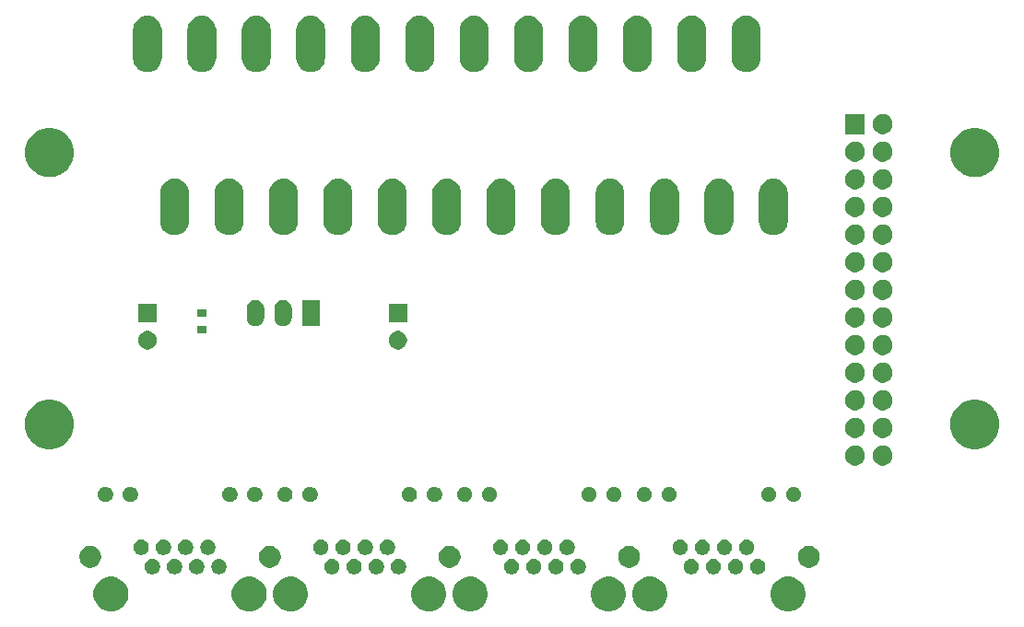
<source format=gts>
G04 #@! TF.GenerationSoftware,KiCad,Pcbnew,(5.1.5)-3*
G04 #@! TF.CreationDate,2020-02-01T18:29:59+01:00*
G04 #@! TF.ProjectId,5i25Breakout,35693235-4272-4656-916b-6f75742e6b69,rev?*
G04 #@! TF.SameCoordinates,PXe4e1c0PY93d1cc0*
G04 #@! TF.FileFunction,Soldermask,Top*
G04 #@! TF.FilePolarity,Negative*
%FSLAX46Y46*%
G04 Gerber Fmt 4.6, Leading zero omitted, Abs format (unit mm)*
G04 Created by KiCad (PCBNEW (5.1.5)-3) date 2020-02-01 18:29:59*
%MOMM*%
%LPD*%
G04 APERTURE LIST*
%ADD10C,0.100000*%
G04 APERTURE END LIST*
D10*
G36*
X56546217Y5993335D02*
G01*
X56816995Y5939475D01*
X57108358Y5818788D01*
X57370578Y5643578D01*
X57593578Y5420578D01*
X57768788Y5158358D01*
X57889475Y4866995D01*
X57951000Y4557685D01*
X57951000Y4242315D01*
X57889475Y3933005D01*
X57768788Y3641642D01*
X57593578Y3379422D01*
X57370578Y3156422D01*
X57108358Y2981212D01*
X56816995Y2860525D01*
X56546217Y2806665D01*
X56507686Y2799000D01*
X56192314Y2799000D01*
X56153783Y2806665D01*
X55883005Y2860525D01*
X55591642Y2981212D01*
X55329422Y3156422D01*
X55106422Y3379422D01*
X54931212Y3641642D01*
X54810525Y3933005D01*
X54749000Y4242315D01*
X54749000Y4557685D01*
X54810525Y4866995D01*
X54931212Y5158358D01*
X55106422Y5420578D01*
X55329422Y5643578D01*
X55591642Y5818788D01*
X55883005Y5939475D01*
X56153783Y5993335D01*
X56192314Y6001000D01*
X56507686Y6001000D01*
X56546217Y5993335D01*
G37*
G36*
X60346217Y5993335D02*
G01*
X60616995Y5939475D01*
X60908358Y5818788D01*
X61170578Y5643578D01*
X61393578Y5420578D01*
X61568788Y5158358D01*
X61689475Y4866995D01*
X61751000Y4557685D01*
X61751000Y4242315D01*
X61689475Y3933005D01*
X61568788Y3641642D01*
X61393578Y3379422D01*
X61170578Y3156422D01*
X60908358Y2981212D01*
X60616995Y2860525D01*
X60346217Y2806665D01*
X60307686Y2799000D01*
X59992314Y2799000D01*
X59953783Y2806665D01*
X59683005Y2860525D01*
X59391642Y2981212D01*
X59129422Y3156422D01*
X58906422Y3379422D01*
X58731212Y3641642D01*
X58610525Y3933005D01*
X58549000Y4242315D01*
X58549000Y4557685D01*
X58610525Y4866995D01*
X58731212Y5158358D01*
X58906422Y5420578D01*
X59129422Y5643578D01*
X59391642Y5818788D01*
X59683005Y5939475D01*
X59953783Y5993335D01*
X59992314Y6001000D01*
X60307686Y6001000D01*
X60346217Y5993335D01*
G37*
G36*
X10846217Y5993335D02*
G01*
X11116995Y5939475D01*
X11408358Y5818788D01*
X11670578Y5643578D01*
X11893578Y5420578D01*
X12068788Y5158358D01*
X12189475Y4866995D01*
X12251000Y4557685D01*
X12251000Y4242315D01*
X12189475Y3933005D01*
X12068788Y3641642D01*
X11893578Y3379422D01*
X11670578Y3156422D01*
X11408358Y2981212D01*
X11116995Y2860525D01*
X10846217Y2806665D01*
X10807686Y2799000D01*
X10492314Y2799000D01*
X10453783Y2806665D01*
X10183005Y2860525D01*
X9891642Y2981212D01*
X9629422Y3156422D01*
X9406422Y3379422D01*
X9231212Y3641642D01*
X9110525Y3933005D01*
X9049000Y4242315D01*
X9049000Y4557685D01*
X9110525Y4866995D01*
X9231212Y5158358D01*
X9406422Y5420578D01*
X9629422Y5643578D01*
X9891642Y5818788D01*
X10183005Y5939475D01*
X10453783Y5993335D01*
X10492314Y6001000D01*
X10807686Y6001000D01*
X10846217Y5993335D01*
G37*
G36*
X23546217Y5993335D02*
G01*
X23816995Y5939475D01*
X24108358Y5818788D01*
X24370578Y5643578D01*
X24593578Y5420578D01*
X24768788Y5158358D01*
X24889475Y4866995D01*
X24951000Y4557685D01*
X24951000Y4242315D01*
X24889475Y3933005D01*
X24768788Y3641642D01*
X24593578Y3379422D01*
X24370578Y3156422D01*
X24108358Y2981212D01*
X23816995Y2860525D01*
X23546217Y2806665D01*
X23507686Y2799000D01*
X23192314Y2799000D01*
X23153783Y2806665D01*
X22883005Y2860525D01*
X22591642Y2981212D01*
X22329422Y3156422D01*
X22106422Y3379422D01*
X21931212Y3641642D01*
X21810525Y3933005D01*
X21749000Y4242315D01*
X21749000Y4557685D01*
X21810525Y4866995D01*
X21931212Y5158358D01*
X22106422Y5420578D01*
X22329422Y5643578D01*
X22591642Y5818788D01*
X22883005Y5939475D01*
X23153783Y5993335D01*
X23192314Y6001000D01*
X23507686Y6001000D01*
X23546217Y5993335D01*
G37*
G36*
X27346217Y5993335D02*
G01*
X27616995Y5939475D01*
X27908358Y5818788D01*
X28170578Y5643578D01*
X28393578Y5420578D01*
X28568788Y5158358D01*
X28689475Y4866995D01*
X28751000Y4557685D01*
X28751000Y4242315D01*
X28689475Y3933005D01*
X28568788Y3641642D01*
X28393578Y3379422D01*
X28170578Y3156422D01*
X27908358Y2981212D01*
X27616995Y2860525D01*
X27346217Y2806665D01*
X27307686Y2799000D01*
X26992314Y2799000D01*
X26953783Y2806665D01*
X26683005Y2860525D01*
X26391642Y2981212D01*
X26129422Y3156422D01*
X25906422Y3379422D01*
X25731212Y3641642D01*
X25610525Y3933005D01*
X25549000Y4242315D01*
X25549000Y4557685D01*
X25610525Y4866995D01*
X25731212Y5158358D01*
X25906422Y5420578D01*
X26129422Y5643578D01*
X26391642Y5818788D01*
X26683005Y5939475D01*
X26953783Y5993335D01*
X26992314Y6001000D01*
X27307686Y6001000D01*
X27346217Y5993335D01*
G37*
G36*
X73046217Y5993335D02*
G01*
X73316995Y5939475D01*
X73608358Y5818788D01*
X73870578Y5643578D01*
X74093578Y5420578D01*
X74268788Y5158358D01*
X74389475Y4866995D01*
X74451000Y4557685D01*
X74451000Y4242315D01*
X74389475Y3933005D01*
X74268788Y3641642D01*
X74093578Y3379422D01*
X73870578Y3156422D01*
X73608358Y2981212D01*
X73316995Y2860525D01*
X73046217Y2806665D01*
X73007686Y2799000D01*
X72692314Y2799000D01*
X72653783Y2806665D01*
X72383005Y2860525D01*
X72091642Y2981212D01*
X71829422Y3156422D01*
X71606422Y3379422D01*
X71431212Y3641642D01*
X71310525Y3933005D01*
X71249000Y4242315D01*
X71249000Y4557685D01*
X71310525Y4866995D01*
X71431212Y5158358D01*
X71606422Y5420578D01*
X71829422Y5643578D01*
X72091642Y5818788D01*
X72383005Y5939475D01*
X72653783Y5993335D01*
X72692314Y6001000D01*
X73007686Y6001000D01*
X73046217Y5993335D01*
G37*
G36*
X43846217Y5993335D02*
G01*
X44116995Y5939475D01*
X44408358Y5818788D01*
X44670578Y5643578D01*
X44893578Y5420578D01*
X45068788Y5158358D01*
X45189475Y4866995D01*
X45251000Y4557685D01*
X45251000Y4242315D01*
X45189475Y3933005D01*
X45068788Y3641642D01*
X44893578Y3379422D01*
X44670578Y3156422D01*
X44408358Y2981212D01*
X44116995Y2860525D01*
X43846217Y2806665D01*
X43807686Y2799000D01*
X43492314Y2799000D01*
X43453783Y2806665D01*
X43183005Y2860525D01*
X42891642Y2981212D01*
X42629422Y3156422D01*
X42406422Y3379422D01*
X42231212Y3641642D01*
X42110525Y3933005D01*
X42049000Y4242315D01*
X42049000Y4557685D01*
X42110525Y4866995D01*
X42231212Y5158358D01*
X42406422Y5420578D01*
X42629422Y5643578D01*
X42891642Y5818788D01*
X43183005Y5939475D01*
X43453783Y5993335D01*
X43492314Y6001000D01*
X43807686Y6001000D01*
X43846217Y5993335D01*
G37*
G36*
X40046217Y5993335D02*
G01*
X40316995Y5939475D01*
X40608358Y5818788D01*
X40870578Y5643578D01*
X41093578Y5420578D01*
X41268788Y5158358D01*
X41389475Y4866995D01*
X41451000Y4557685D01*
X41451000Y4242315D01*
X41389475Y3933005D01*
X41268788Y3641642D01*
X41093578Y3379422D01*
X40870578Y3156422D01*
X40608358Y2981212D01*
X40316995Y2860525D01*
X40046217Y2806665D01*
X40007686Y2799000D01*
X39692314Y2799000D01*
X39653783Y2806665D01*
X39383005Y2860525D01*
X39091642Y2981212D01*
X38829422Y3156422D01*
X38606422Y3379422D01*
X38431212Y3641642D01*
X38310525Y3933005D01*
X38249000Y4242315D01*
X38249000Y4557685D01*
X38310525Y4866995D01*
X38431212Y5158358D01*
X38606422Y5420578D01*
X38829422Y5643578D01*
X39091642Y5818788D01*
X39383005Y5939475D01*
X39653783Y5993335D01*
X39692314Y6001000D01*
X40007686Y6001000D01*
X40046217Y5993335D01*
G37*
G36*
X51734473Y7614062D02*
G01*
X51862049Y7561218D01*
X51976859Y7484505D01*
X52074505Y7386859D01*
X52151218Y7272049D01*
X52204062Y7144473D01*
X52231000Y7009044D01*
X52231000Y6870956D01*
X52204062Y6735527D01*
X52151218Y6607951D01*
X52074505Y6493141D01*
X51976859Y6395495D01*
X51862049Y6318782D01*
X51734473Y6265938D01*
X51599044Y6239000D01*
X51460956Y6239000D01*
X51325527Y6265938D01*
X51197951Y6318782D01*
X51083141Y6395495D01*
X50985495Y6493141D01*
X50908782Y6607951D01*
X50855938Y6735527D01*
X50829000Y6870956D01*
X50829000Y7009044D01*
X50855938Y7144473D01*
X50908782Y7272049D01*
X50985495Y7386859D01*
X51083141Y7484505D01*
X51197951Y7561218D01*
X51325527Y7614062D01*
X51460956Y7641000D01*
X51599044Y7641000D01*
X51734473Y7614062D01*
G37*
G36*
X47654473Y7614062D02*
G01*
X47782049Y7561218D01*
X47896859Y7484505D01*
X47994505Y7386859D01*
X48071218Y7272049D01*
X48124062Y7144473D01*
X48151000Y7009044D01*
X48151000Y6870956D01*
X48124062Y6735527D01*
X48071218Y6607951D01*
X47994505Y6493141D01*
X47896859Y6395495D01*
X47782049Y6318782D01*
X47654473Y6265938D01*
X47519044Y6239000D01*
X47380956Y6239000D01*
X47245527Y6265938D01*
X47117951Y6318782D01*
X47003141Y6395495D01*
X46905495Y6493141D01*
X46828782Y6607951D01*
X46775938Y6735527D01*
X46749000Y6870956D01*
X46749000Y7009044D01*
X46775938Y7144473D01*
X46828782Y7272049D01*
X46905495Y7386859D01*
X47003141Y7484505D01*
X47117951Y7561218D01*
X47245527Y7614062D01*
X47380956Y7641000D01*
X47519044Y7641000D01*
X47654473Y7614062D01*
G37*
G36*
X49694473Y7614062D02*
G01*
X49822049Y7561218D01*
X49936859Y7484505D01*
X50034505Y7386859D01*
X50111218Y7272049D01*
X50164062Y7144473D01*
X50191000Y7009044D01*
X50191000Y6870956D01*
X50164062Y6735527D01*
X50111218Y6607951D01*
X50034505Y6493141D01*
X49936859Y6395495D01*
X49822049Y6318782D01*
X49694473Y6265938D01*
X49559044Y6239000D01*
X49420956Y6239000D01*
X49285527Y6265938D01*
X49157951Y6318782D01*
X49043141Y6395495D01*
X48945495Y6493141D01*
X48868782Y6607951D01*
X48815938Y6735527D01*
X48789000Y6870956D01*
X48789000Y7009044D01*
X48815938Y7144473D01*
X48868782Y7272049D01*
X48945495Y7386859D01*
X49043141Y7484505D01*
X49157951Y7561218D01*
X49285527Y7614062D01*
X49420956Y7641000D01*
X49559044Y7641000D01*
X49694473Y7614062D01*
G37*
G36*
X53774473Y7614062D02*
G01*
X53902049Y7561218D01*
X54016859Y7484505D01*
X54114505Y7386859D01*
X54191218Y7272049D01*
X54244062Y7144473D01*
X54271000Y7009044D01*
X54271000Y6870956D01*
X54244062Y6735527D01*
X54191218Y6607951D01*
X54114505Y6493141D01*
X54016859Y6395495D01*
X53902049Y6318782D01*
X53774473Y6265938D01*
X53639044Y6239000D01*
X53500956Y6239000D01*
X53365527Y6265938D01*
X53237951Y6318782D01*
X53123141Y6395495D01*
X53025495Y6493141D01*
X52948782Y6607951D01*
X52895938Y6735527D01*
X52869000Y6870956D01*
X52869000Y7009044D01*
X52895938Y7144473D01*
X52948782Y7272049D01*
X53025495Y7386859D01*
X53123141Y7484505D01*
X53237951Y7561218D01*
X53365527Y7614062D01*
X53500956Y7641000D01*
X53639044Y7641000D01*
X53774473Y7614062D01*
G37*
G36*
X64154473Y7614062D02*
G01*
X64282049Y7561218D01*
X64396859Y7484505D01*
X64494505Y7386859D01*
X64571218Y7272049D01*
X64624062Y7144473D01*
X64651000Y7009044D01*
X64651000Y6870956D01*
X64624062Y6735527D01*
X64571218Y6607951D01*
X64494505Y6493141D01*
X64396859Y6395495D01*
X64282049Y6318782D01*
X64154473Y6265938D01*
X64019044Y6239000D01*
X63880956Y6239000D01*
X63745527Y6265938D01*
X63617951Y6318782D01*
X63503141Y6395495D01*
X63405495Y6493141D01*
X63328782Y6607951D01*
X63275938Y6735527D01*
X63249000Y6870956D01*
X63249000Y7009044D01*
X63275938Y7144473D01*
X63328782Y7272049D01*
X63405495Y7386859D01*
X63503141Y7484505D01*
X63617951Y7561218D01*
X63745527Y7614062D01*
X63880956Y7641000D01*
X64019044Y7641000D01*
X64154473Y7614062D01*
G37*
G36*
X68234473Y7614062D02*
G01*
X68362049Y7561218D01*
X68476859Y7484505D01*
X68574505Y7386859D01*
X68651218Y7272049D01*
X68704062Y7144473D01*
X68731000Y7009044D01*
X68731000Y6870956D01*
X68704062Y6735527D01*
X68651218Y6607951D01*
X68574505Y6493141D01*
X68476859Y6395495D01*
X68362049Y6318782D01*
X68234473Y6265938D01*
X68099044Y6239000D01*
X67960956Y6239000D01*
X67825527Y6265938D01*
X67697951Y6318782D01*
X67583141Y6395495D01*
X67485495Y6493141D01*
X67408782Y6607951D01*
X67355938Y6735527D01*
X67329000Y6870956D01*
X67329000Y7009044D01*
X67355938Y7144473D01*
X67408782Y7272049D01*
X67485495Y7386859D01*
X67583141Y7484505D01*
X67697951Y7561218D01*
X67825527Y7614062D01*
X67960956Y7641000D01*
X68099044Y7641000D01*
X68234473Y7614062D01*
G37*
G36*
X31154473Y7614062D02*
G01*
X31282049Y7561218D01*
X31396859Y7484505D01*
X31494505Y7386859D01*
X31571218Y7272049D01*
X31624062Y7144473D01*
X31651000Y7009044D01*
X31651000Y6870956D01*
X31624062Y6735527D01*
X31571218Y6607951D01*
X31494505Y6493141D01*
X31396859Y6395495D01*
X31282049Y6318782D01*
X31154473Y6265938D01*
X31019044Y6239000D01*
X30880956Y6239000D01*
X30745527Y6265938D01*
X30617951Y6318782D01*
X30503141Y6395495D01*
X30405495Y6493141D01*
X30328782Y6607951D01*
X30275938Y6735527D01*
X30249000Y6870956D01*
X30249000Y7009044D01*
X30275938Y7144473D01*
X30328782Y7272049D01*
X30405495Y7386859D01*
X30503141Y7484505D01*
X30617951Y7561218D01*
X30745527Y7614062D01*
X30880956Y7641000D01*
X31019044Y7641000D01*
X31154473Y7614062D01*
G37*
G36*
X33194473Y7614062D02*
G01*
X33322049Y7561218D01*
X33436859Y7484505D01*
X33534505Y7386859D01*
X33611218Y7272049D01*
X33664062Y7144473D01*
X33691000Y7009044D01*
X33691000Y6870956D01*
X33664062Y6735527D01*
X33611218Y6607951D01*
X33534505Y6493141D01*
X33436859Y6395495D01*
X33322049Y6318782D01*
X33194473Y6265938D01*
X33059044Y6239000D01*
X32920956Y6239000D01*
X32785527Y6265938D01*
X32657951Y6318782D01*
X32543141Y6395495D01*
X32445495Y6493141D01*
X32368782Y6607951D01*
X32315938Y6735527D01*
X32289000Y6870956D01*
X32289000Y7009044D01*
X32315938Y7144473D01*
X32368782Y7272049D01*
X32445495Y7386859D01*
X32543141Y7484505D01*
X32657951Y7561218D01*
X32785527Y7614062D01*
X32920956Y7641000D01*
X33059044Y7641000D01*
X33194473Y7614062D01*
G37*
G36*
X37274473Y7614062D02*
G01*
X37402049Y7561218D01*
X37516859Y7484505D01*
X37614505Y7386859D01*
X37691218Y7272049D01*
X37744062Y7144473D01*
X37771000Y7009044D01*
X37771000Y6870956D01*
X37744062Y6735527D01*
X37691218Y6607951D01*
X37614505Y6493141D01*
X37516859Y6395495D01*
X37402049Y6318782D01*
X37274473Y6265938D01*
X37139044Y6239000D01*
X37000956Y6239000D01*
X36865527Y6265938D01*
X36737951Y6318782D01*
X36623141Y6395495D01*
X36525495Y6493141D01*
X36448782Y6607951D01*
X36395938Y6735527D01*
X36369000Y6870956D01*
X36369000Y7009044D01*
X36395938Y7144473D01*
X36448782Y7272049D01*
X36525495Y7386859D01*
X36623141Y7484505D01*
X36737951Y7561218D01*
X36865527Y7614062D01*
X37000956Y7641000D01*
X37139044Y7641000D01*
X37274473Y7614062D01*
G37*
G36*
X14654473Y7614062D02*
G01*
X14782049Y7561218D01*
X14896859Y7484505D01*
X14994505Y7386859D01*
X15071218Y7272049D01*
X15124062Y7144473D01*
X15151000Y7009044D01*
X15151000Y6870956D01*
X15124062Y6735527D01*
X15071218Y6607951D01*
X14994505Y6493141D01*
X14896859Y6395495D01*
X14782049Y6318782D01*
X14654473Y6265938D01*
X14519044Y6239000D01*
X14380956Y6239000D01*
X14245527Y6265938D01*
X14117951Y6318782D01*
X14003141Y6395495D01*
X13905495Y6493141D01*
X13828782Y6607951D01*
X13775938Y6735527D01*
X13749000Y6870956D01*
X13749000Y7009044D01*
X13775938Y7144473D01*
X13828782Y7272049D01*
X13905495Y7386859D01*
X14003141Y7484505D01*
X14117951Y7561218D01*
X14245527Y7614062D01*
X14380956Y7641000D01*
X14519044Y7641000D01*
X14654473Y7614062D01*
G37*
G36*
X16694473Y7614062D02*
G01*
X16822049Y7561218D01*
X16936859Y7484505D01*
X17034505Y7386859D01*
X17111218Y7272049D01*
X17164062Y7144473D01*
X17191000Y7009044D01*
X17191000Y6870956D01*
X17164062Y6735527D01*
X17111218Y6607951D01*
X17034505Y6493141D01*
X16936859Y6395495D01*
X16822049Y6318782D01*
X16694473Y6265938D01*
X16559044Y6239000D01*
X16420956Y6239000D01*
X16285527Y6265938D01*
X16157951Y6318782D01*
X16043141Y6395495D01*
X15945495Y6493141D01*
X15868782Y6607951D01*
X15815938Y6735527D01*
X15789000Y6870956D01*
X15789000Y7009044D01*
X15815938Y7144473D01*
X15868782Y7272049D01*
X15945495Y7386859D01*
X16043141Y7484505D01*
X16157951Y7561218D01*
X16285527Y7614062D01*
X16420956Y7641000D01*
X16559044Y7641000D01*
X16694473Y7614062D01*
G37*
G36*
X18734473Y7614062D02*
G01*
X18862049Y7561218D01*
X18976859Y7484505D01*
X19074505Y7386859D01*
X19151218Y7272049D01*
X19204062Y7144473D01*
X19231000Y7009044D01*
X19231000Y6870956D01*
X19204062Y6735527D01*
X19151218Y6607951D01*
X19074505Y6493141D01*
X18976859Y6395495D01*
X18862049Y6318782D01*
X18734473Y6265938D01*
X18599044Y6239000D01*
X18460956Y6239000D01*
X18325527Y6265938D01*
X18197951Y6318782D01*
X18083141Y6395495D01*
X17985495Y6493141D01*
X17908782Y6607951D01*
X17855938Y6735527D01*
X17829000Y6870956D01*
X17829000Y7009044D01*
X17855938Y7144473D01*
X17908782Y7272049D01*
X17985495Y7386859D01*
X18083141Y7484505D01*
X18197951Y7561218D01*
X18325527Y7614062D01*
X18460956Y7641000D01*
X18599044Y7641000D01*
X18734473Y7614062D01*
G37*
G36*
X70274473Y7614062D02*
G01*
X70402049Y7561218D01*
X70516859Y7484505D01*
X70614505Y7386859D01*
X70691218Y7272049D01*
X70744062Y7144473D01*
X70771000Y7009044D01*
X70771000Y6870956D01*
X70744062Y6735527D01*
X70691218Y6607951D01*
X70614505Y6493141D01*
X70516859Y6395495D01*
X70402049Y6318782D01*
X70274473Y6265938D01*
X70139044Y6239000D01*
X70000956Y6239000D01*
X69865527Y6265938D01*
X69737951Y6318782D01*
X69623141Y6395495D01*
X69525495Y6493141D01*
X69448782Y6607951D01*
X69395938Y6735527D01*
X69369000Y6870956D01*
X69369000Y7009044D01*
X69395938Y7144473D01*
X69448782Y7272049D01*
X69525495Y7386859D01*
X69623141Y7484505D01*
X69737951Y7561218D01*
X69865527Y7614062D01*
X70000956Y7641000D01*
X70139044Y7641000D01*
X70274473Y7614062D01*
G37*
G36*
X20774473Y7614062D02*
G01*
X20902049Y7561218D01*
X21016859Y7484505D01*
X21114505Y7386859D01*
X21191218Y7272049D01*
X21244062Y7144473D01*
X21271000Y7009044D01*
X21271000Y6870956D01*
X21244062Y6735527D01*
X21191218Y6607951D01*
X21114505Y6493141D01*
X21016859Y6395495D01*
X20902049Y6318782D01*
X20774473Y6265938D01*
X20639044Y6239000D01*
X20500956Y6239000D01*
X20365527Y6265938D01*
X20237951Y6318782D01*
X20123141Y6395495D01*
X20025495Y6493141D01*
X19948782Y6607951D01*
X19895938Y6735527D01*
X19869000Y6870956D01*
X19869000Y7009044D01*
X19895938Y7144473D01*
X19948782Y7272049D01*
X20025495Y7386859D01*
X20123141Y7484505D01*
X20237951Y7561218D01*
X20365527Y7614062D01*
X20500956Y7641000D01*
X20639044Y7641000D01*
X20774473Y7614062D01*
G37*
G36*
X66194473Y7614062D02*
G01*
X66322049Y7561218D01*
X66436859Y7484505D01*
X66534505Y7386859D01*
X66611218Y7272049D01*
X66664062Y7144473D01*
X66691000Y7009044D01*
X66691000Y6870956D01*
X66664062Y6735527D01*
X66611218Y6607951D01*
X66534505Y6493141D01*
X66436859Y6395495D01*
X66322049Y6318782D01*
X66194473Y6265938D01*
X66059044Y6239000D01*
X65920956Y6239000D01*
X65785527Y6265938D01*
X65657951Y6318782D01*
X65543141Y6395495D01*
X65445495Y6493141D01*
X65368782Y6607951D01*
X65315938Y6735527D01*
X65289000Y6870956D01*
X65289000Y7009044D01*
X65315938Y7144473D01*
X65368782Y7272049D01*
X65445495Y7386859D01*
X65543141Y7484505D01*
X65657951Y7561218D01*
X65785527Y7614062D01*
X65920956Y7641000D01*
X66059044Y7641000D01*
X66194473Y7614062D01*
G37*
G36*
X35234473Y7614062D02*
G01*
X35362049Y7561218D01*
X35476859Y7484505D01*
X35574505Y7386859D01*
X35651218Y7272049D01*
X35704062Y7144473D01*
X35731000Y7009044D01*
X35731000Y6870956D01*
X35704062Y6735527D01*
X35651218Y6607951D01*
X35574505Y6493141D01*
X35476859Y6395495D01*
X35362049Y6318782D01*
X35234473Y6265938D01*
X35099044Y6239000D01*
X34960956Y6239000D01*
X34825527Y6265938D01*
X34697951Y6318782D01*
X34583141Y6395495D01*
X34485495Y6493141D01*
X34408782Y6607951D01*
X34355938Y6735527D01*
X34329000Y6870956D01*
X34329000Y7009044D01*
X34355938Y7144473D01*
X34408782Y7272049D01*
X34485495Y7386859D01*
X34583141Y7484505D01*
X34697951Y7561218D01*
X34825527Y7614062D01*
X34960956Y7641000D01*
X35099044Y7641000D01*
X35234473Y7614062D01*
G37*
G36*
X8945285Y8811766D02*
G01*
X9041981Y8792532D01*
X9224151Y8717074D01*
X9388100Y8607527D01*
X9527527Y8468100D01*
X9637074Y8304151D01*
X9712532Y8121981D01*
X9751000Y7928590D01*
X9751000Y7731410D01*
X9712532Y7538019D01*
X9637074Y7355849D01*
X9527527Y7191900D01*
X9388100Y7052473D01*
X9224151Y6942926D01*
X9041981Y6867468D01*
X8848591Y6829000D01*
X8651409Y6829000D01*
X8458019Y6867468D01*
X8275849Y6942926D01*
X8111900Y7052473D01*
X7972473Y7191900D01*
X7862926Y7355849D01*
X7787468Y7538019D01*
X7749000Y7731410D01*
X7749000Y7928590D01*
X7787468Y8121981D01*
X7862926Y8304151D01*
X7972473Y8468100D01*
X8111900Y8607527D01*
X8275849Y8717074D01*
X8458019Y8792532D01*
X8554715Y8811766D01*
X8651409Y8831000D01*
X8848591Y8831000D01*
X8945285Y8811766D01*
G37*
G36*
X41945285Y8811766D02*
G01*
X42041981Y8792532D01*
X42224151Y8717074D01*
X42388100Y8607527D01*
X42527527Y8468100D01*
X42637074Y8304151D01*
X42712532Y8121981D01*
X42751000Y7928590D01*
X42751000Y7731410D01*
X42712532Y7538019D01*
X42637074Y7355849D01*
X42527527Y7191900D01*
X42388100Y7052473D01*
X42224151Y6942926D01*
X42041981Y6867468D01*
X41848591Y6829000D01*
X41651409Y6829000D01*
X41458019Y6867468D01*
X41275849Y6942926D01*
X41111900Y7052473D01*
X40972473Y7191900D01*
X40862926Y7355849D01*
X40787468Y7538019D01*
X40749000Y7731410D01*
X40749000Y7928590D01*
X40787468Y8121981D01*
X40862926Y8304151D01*
X40972473Y8468100D01*
X41111900Y8607527D01*
X41275849Y8717074D01*
X41458019Y8792532D01*
X41554715Y8811766D01*
X41651409Y8831000D01*
X41848591Y8831000D01*
X41945285Y8811766D01*
G37*
G36*
X74945285Y8811766D02*
G01*
X75041981Y8792532D01*
X75224151Y8717074D01*
X75388100Y8607527D01*
X75527527Y8468100D01*
X75637074Y8304151D01*
X75712532Y8121981D01*
X75751000Y7928590D01*
X75751000Y7731410D01*
X75712532Y7538019D01*
X75637074Y7355849D01*
X75527527Y7191900D01*
X75388100Y7052473D01*
X75224151Y6942926D01*
X75041981Y6867468D01*
X74848591Y6829000D01*
X74651409Y6829000D01*
X74458019Y6867468D01*
X74275849Y6942926D01*
X74111900Y7052473D01*
X73972473Y7191900D01*
X73862926Y7355849D01*
X73787468Y7538019D01*
X73749000Y7731410D01*
X73749000Y7928590D01*
X73787468Y8121981D01*
X73862926Y8304151D01*
X73972473Y8468100D01*
X74111900Y8607527D01*
X74275849Y8717074D01*
X74458019Y8792532D01*
X74554715Y8811766D01*
X74651409Y8831000D01*
X74848591Y8831000D01*
X74945285Y8811766D01*
G37*
G36*
X25445285Y8811766D02*
G01*
X25541981Y8792532D01*
X25724151Y8717074D01*
X25888100Y8607527D01*
X26027527Y8468100D01*
X26137074Y8304151D01*
X26212532Y8121981D01*
X26251000Y7928590D01*
X26251000Y7731410D01*
X26212532Y7538019D01*
X26137074Y7355849D01*
X26027527Y7191900D01*
X25888100Y7052473D01*
X25724151Y6942926D01*
X25541981Y6867468D01*
X25348591Y6829000D01*
X25151409Y6829000D01*
X24958019Y6867468D01*
X24775849Y6942926D01*
X24611900Y7052473D01*
X24472473Y7191900D01*
X24362926Y7355849D01*
X24287468Y7538019D01*
X24249000Y7731410D01*
X24249000Y7928590D01*
X24287468Y8121981D01*
X24362926Y8304151D01*
X24472473Y8468100D01*
X24611900Y8607527D01*
X24775849Y8717074D01*
X24958019Y8792532D01*
X25054715Y8811766D01*
X25151409Y8831000D01*
X25348591Y8831000D01*
X25445285Y8811766D01*
G37*
G36*
X58445285Y8811766D02*
G01*
X58541981Y8792532D01*
X58724151Y8717074D01*
X58888100Y8607527D01*
X59027527Y8468100D01*
X59137074Y8304151D01*
X59212532Y8121981D01*
X59251000Y7928590D01*
X59251000Y7731410D01*
X59212532Y7538019D01*
X59137074Y7355849D01*
X59027527Y7191900D01*
X58888100Y7052473D01*
X58724151Y6942926D01*
X58541981Y6867468D01*
X58348591Y6829000D01*
X58151409Y6829000D01*
X57958019Y6867468D01*
X57775849Y6942926D01*
X57611900Y7052473D01*
X57472473Y7191900D01*
X57362926Y7355849D01*
X57287468Y7538019D01*
X57249000Y7731410D01*
X57249000Y7928590D01*
X57287468Y8121981D01*
X57362926Y8304151D01*
X57472473Y8468100D01*
X57611900Y8607527D01*
X57775849Y8717074D01*
X57958019Y8792532D01*
X58054715Y8811766D01*
X58151409Y8831000D01*
X58348591Y8831000D01*
X58445285Y8811766D01*
G37*
G36*
X46634473Y9394062D02*
G01*
X46762049Y9341218D01*
X46876859Y9264505D01*
X46974505Y9166859D01*
X47051218Y9052049D01*
X47104062Y8924473D01*
X47131000Y8789044D01*
X47131000Y8650956D01*
X47104062Y8515527D01*
X47051218Y8387951D01*
X46974505Y8273141D01*
X46876859Y8175495D01*
X46762049Y8098782D01*
X46634473Y8045938D01*
X46499044Y8019000D01*
X46360956Y8019000D01*
X46225527Y8045938D01*
X46097951Y8098782D01*
X45983141Y8175495D01*
X45885495Y8273141D01*
X45808782Y8387951D01*
X45755938Y8515527D01*
X45729000Y8650956D01*
X45729000Y8789044D01*
X45755938Y8924473D01*
X45808782Y9052049D01*
X45885495Y9166859D01*
X45983141Y9264505D01*
X46097951Y9341218D01*
X46225527Y9394062D01*
X46360956Y9421000D01*
X46499044Y9421000D01*
X46634473Y9394062D01*
G37*
G36*
X50714473Y9394062D02*
G01*
X50842049Y9341218D01*
X50956859Y9264505D01*
X51054505Y9166859D01*
X51131218Y9052049D01*
X51184062Y8924473D01*
X51211000Y8789044D01*
X51211000Y8650956D01*
X51184062Y8515527D01*
X51131218Y8387951D01*
X51054505Y8273141D01*
X50956859Y8175495D01*
X50842049Y8098782D01*
X50714473Y8045938D01*
X50579044Y8019000D01*
X50440956Y8019000D01*
X50305527Y8045938D01*
X50177951Y8098782D01*
X50063141Y8175495D01*
X49965495Y8273141D01*
X49888782Y8387951D01*
X49835938Y8515527D01*
X49809000Y8650956D01*
X49809000Y8789044D01*
X49835938Y8924473D01*
X49888782Y9052049D01*
X49965495Y9166859D01*
X50063141Y9264505D01*
X50177951Y9341218D01*
X50305527Y9394062D01*
X50440956Y9421000D01*
X50579044Y9421000D01*
X50714473Y9394062D01*
G37*
G36*
X30134473Y9394062D02*
G01*
X30262049Y9341218D01*
X30376859Y9264505D01*
X30474505Y9166859D01*
X30551218Y9052049D01*
X30604062Y8924473D01*
X30631000Y8789044D01*
X30631000Y8650956D01*
X30604062Y8515527D01*
X30551218Y8387951D01*
X30474505Y8273141D01*
X30376859Y8175495D01*
X30262049Y8098782D01*
X30134473Y8045938D01*
X29999044Y8019000D01*
X29860956Y8019000D01*
X29725527Y8045938D01*
X29597951Y8098782D01*
X29483141Y8175495D01*
X29385495Y8273141D01*
X29308782Y8387951D01*
X29255938Y8515527D01*
X29229000Y8650956D01*
X29229000Y8789044D01*
X29255938Y8924473D01*
X29308782Y9052049D01*
X29385495Y9166859D01*
X29483141Y9264505D01*
X29597951Y9341218D01*
X29725527Y9394062D01*
X29860956Y9421000D01*
X29999044Y9421000D01*
X30134473Y9394062D01*
G37*
G36*
X32174473Y9394062D02*
G01*
X32302049Y9341218D01*
X32416859Y9264505D01*
X32514505Y9166859D01*
X32591218Y9052049D01*
X32644062Y8924473D01*
X32671000Y8789044D01*
X32671000Y8650956D01*
X32644062Y8515527D01*
X32591218Y8387951D01*
X32514505Y8273141D01*
X32416859Y8175495D01*
X32302049Y8098782D01*
X32174473Y8045938D01*
X32039044Y8019000D01*
X31900956Y8019000D01*
X31765527Y8045938D01*
X31637951Y8098782D01*
X31523141Y8175495D01*
X31425495Y8273141D01*
X31348782Y8387951D01*
X31295938Y8515527D01*
X31269000Y8650956D01*
X31269000Y8789044D01*
X31295938Y8924473D01*
X31348782Y9052049D01*
X31425495Y9166859D01*
X31523141Y9264505D01*
X31637951Y9341218D01*
X31765527Y9394062D01*
X31900956Y9421000D01*
X32039044Y9421000D01*
X32174473Y9394062D01*
G37*
G36*
X15674473Y9394062D02*
G01*
X15802049Y9341218D01*
X15916859Y9264505D01*
X16014505Y9166859D01*
X16091218Y9052049D01*
X16144062Y8924473D01*
X16171000Y8789044D01*
X16171000Y8650956D01*
X16144062Y8515527D01*
X16091218Y8387951D01*
X16014505Y8273141D01*
X15916859Y8175495D01*
X15802049Y8098782D01*
X15674473Y8045938D01*
X15539044Y8019000D01*
X15400956Y8019000D01*
X15265527Y8045938D01*
X15137951Y8098782D01*
X15023141Y8175495D01*
X14925495Y8273141D01*
X14848782Y8387951D01*
X14795938Y8515527D01*
X14769000Y8650956D01*
X14769000Y8789044D01*
X14795938Y8924473D01*
X14848782Y9052049D01*
X14925495Y9166859D01*
X15023141Y9264505D01*
X15137951Y9341218D01*
X15265527Y9394062D01*
X15400956Y9421000D01*
X15539044Y9421000D01*
X15674473Y9394062D01*
G37*
G36*
X34214473Y9394062D02*
G01*
X34342049Y9341218D01*
X34456859Y9264505D01*
X34554505Y9166859D01*
X34631218Y9052049D01*
X34684062Y8924473D01*
X34711000Y8789044D01*
X34711000Y8650956D01*
X34684062Y8515527D01*
X34631218Y8387951D01*
X34554505Y8273141D01*
X34456859Y8175495D01*
X34342049Y8098782D01*
X34214473Y8045938D01*
X34079044Y8019000D01*
X33940956Y8019000D01*
X33805527Y8045938D01*
X33677951Y8098782D01*
X33563141Y8175495D01*
X33465495Y8273141D01*
X33388782Y8387951D01*
X33335938Y8515527D01*
X33309000Y8650956D01*
X33309000Y8789044D01*
X33335938Y8924473D01*
X33388782Y9052049D01*
X33465495Y9166859D01*
X33563141Y9264505D01*
X33677951Y9341218D01*
X33805527Y9394062D01*
X33940956Y9421000D01*
X34079044Y9421000D01*
X34214473Y9394062D01*
G37*
G36*
X36254473Y9394062D02*
G01*
X36382049Y9341218D01*
X36496859Y9264505D01*
X36594505Y9166859D01*
X36671218Y9052049D01*
X36724062Y8924473D01*
X36751000Y8789044D01*
X36751000Y8650956D01*
X36724062Y8515527D01*
X36671218Y8387951D01*
X36594505Y8273141D01*
X36496859Y8175495D01*
X36382049Y8098782D01*
X36254473Y8045938D01*
X36119044Y8019000D01*
X35980956Y8019000D01*
X35845527Y8045938D01*
X35717951Y8098782D01*
X35603141Y8175495D01*
X35505495Y8273141D01*
X35428782Y8387951D01*
X35375938Y8515527D01*
X35349000Y8650956D01*
X35349000Y8789044D01*
X35375938Y8924473D01*
X35428782Y9052049D01*
X35505495Y9166859D01*
X35603141Y9264505D01*
X35717951Y9341218D01*
X35845527Y9394062D01*
X35980956Y9421000D01*
X36119044Y9421000D01*
X36254473Y9394062D01*
G37*
G36*
X52754473Y9394062D02*
G01*
X52882049Y9341218D01*
X52996859Y9264505D01*
X53094505Y9166859D01*
X53171218Y9052049D01*
X53224062Y8924473D01*
X53251000Y8789044D01*
X53251000Y8650956D01*
X53224062Y8515527D01*
X53171218Y8387951D01*
X53094505Y8273141D01*
X52996859Y8175495D01*
X52882049Y8098782D01*
X52754473Y8045938D01*
X52619044Y8019000D01*
X52480956Y8019000D01*
X52345527Y8045938D01*
X52217951Y8098782D01*
X52103141Y8175495D01*
X52005495Y8273141D01*
X51928782Y8387951D01*
X51875938Y8515527D01*
X51849000Y8650956D01*
X51849000Y8789044D01*
X51875938Y8924473D01*
X51928782Y9052049D01*
X52005495Y9166859D01*
X52103141Y9264505D01*
X52217951Y9341218D01*
X52345527Y9394062D01*
X52480956Y9421000D01*
X52619044Y9421000D01*
X52754473Y9394062D01*
G37*
G36*
X63134473Y9394062D02*
G01*
X63262049Y9341218D01*
X63376859Y9264505D01*
X63474505Y9166859D01*
X63551218Y9052049D01*
X63604062Y8924473D01*
X63631000Y8789044D01*
X63631000Y8650956D01*
X63604062Y8515527D01*
X63551218Y8387951D01*
X63474505Y8273141D01*
X63376859Y8175495D01*
X63262049Y8098782D01*
X63134473Y8045938D01*
X62999044Y8019000D01*
X62860956Y8019000D01*
X62725527Y8045938D01*
X62597951Y8098782D01*
X62483141Y8175495D01*
X62385495Y8273141D01*
X62308782Y8387951D01*
X62255938Y8515527D01*
X62229000Y8650956D01*
X62229000Y8789044D01*
X62255938Y8924473D01*
X62308782Y9052049D01*
X62385495Y9166859D01*
X62483141Y9264505D01*
X62597951Y9341218D01*
X62725527Y9394062D01*
X62860956Y9421000D01*
X62999044Y9421000D01*
X63134473Y9394062D01*
G37*
G36*
X13634473Y9394062D02*
G01*
X13762049Y9341218D01*
X13876859Y9264505D01*
X13974505Y9166859D01*
X14051218Y9052049D01*
X14104062Y8924473D01*
X14131000Y8789044D01*
X14131000Y8650956D01*
X14104062Y8515527D01*
X14051218Y8387951D01*
X13974505Y8273141D01*
X13876859Y8175495D01*
X13762049Y8098782D01*
X13634473Y8045938D01*
X13499044Y8019000D01*
X13360956Y8019000D01*
X13225527Y8045938D01*
X13097951Y8098782D01*
X12983141Y8175495D01*
X12885495Y8273141D01*
X12808782Y8387951D01*
X12755938Y8515527D01*
X12729000Y8650956D01*
X12729000Y8789044D01*
X12755938Y8924473D01*
X12808782Y9052049D01*
X12885495Y9166859D01*
X12983141Y9264505D01*
X13097951Y9341218D01*
X13225527Y9394062D01*
X13360956Y9421000D01*
X13499044Y9421000D01*
X13634473Y9394062D01*
G37*
G36*
X65174473Y9394062D02*
G01*
X65302049Y9341218D01*
X65416859Y9264505D01*
X65514505Y9166859D01*
X65591218Y9052049D01*
X65644062Y8924473D01*
X65671000Y8789044D01*
X65671000Y8650956D01*
X65644062Y8515527D01*
X65591218Y8387951D01*
X65514505Y8273141D01*
X65416859Y8175495D01*
X65302049Y8098782D01*
X65174473Y8045938D01*
X65039044Y8019000D01*
X64900956Y8019000D01*
X64765527Y8045938D01*
X64637951Y8098782D01*
X64523141Y8175495D01*
X64425495Y8273141D01*
X64348782Y8387951D01*
X64295938Y8515527D01*
X64269000Y8650956D01*
X64269000Y8789044D01*
X64295938Y8924473D01*
X64348782Y9052049D01*
X64425495Y9166859D01*
X64523141Y9264505D01*
X64637951Y9341218D01*
X64765527Y9394062D01*
X64900956Y9421000D01*
X65039044Y9421000D01*
X65174473Y9394062D01*
G37*
G36*
X19754473Y9394062D02*
G01*
X19882049Y9341218D01*
X19996859Y9264505D01*
X20094505Y9166859D01*
X20171218Y9052049D01*
X20224062Y8924473D01*
X20251000Y8789044D01*
X20251000Y8650956D01*
X20224062Y8515527D01*
X20171218Y8387951D01*
X20094505Y8273141D01*
X19996859Y8175495D01*
X19882049Y8098782D01*
X19754473Y8045938D01*
X19619044Y8019000D01*
X19480956Y8019000D01*
X19345527Y8045938D01*
X19217951Y8098782D01*
X19103141Y8175495D01*
X19005495Y8273141D01*
X18928782Y8387951D01*
X18875938Y8515527D01*
X18849000Y8650956D01*
X18849000Y8789044D01*
X18875938Y8924473D01*
X18928782Y9052049D01*
X19005495Y9166859D01*
X19103141Y9264505D01*
X19217951Y9341218D01*
X19345527Y9394062D01*
X19480956Y9421000D01*
X19619044Y9421000D01*
X19754473Y9394062D01*
G37*
G36*
X69254473Y9394062D02*
G01*
X69382049Y9341218D01*
X69496859Y9264505D01*
X69594505Y9166859D01*
X69671218Y9052049D01*
X69724062Y8924473D01*
X69751000Y8789044D01*
X69751000Y8650956D01*
X69724062Y8515527D01*
X69671218Y8387951D01*
X69594505Y8273141D01*
X69496859Y8175495D01*
X69382049Y8098782D01*
X69254473Y8045938D01*
X69119044Y8019000D01*
X68980956Y8019000D01*
X68845527Y8045938D01*
X68717951Y8098782D01*
X68603141Y8175495D01*
X68505495Y8273141D01*
X68428782Y8387951D01*
X68375938Y8515527D01*
X68349000Y8650956D01*
X68349000Y8789044D01*
X68375938Y8924473D01*
X68428782Y9052049D01*
X68505495Y9166859D01*
X68603141Y9264505D01*
X68717951Y9341218D01*
X68845527Y9394062D01*
X68980956Y9421000D01*
X69119044Y9421000D01*
X69254473Y9394062D01*
G37*
G36*
X67214473Y9394062D02*
G01*
X67342049Y9341218D01*
X67456859Y9264505D01*
X67554505Y9166859D01*
X67631218Y9052049D01*
X67684062Y8924473D01*
X67711000Y8789044D01*
X67711000Y8650956D01*
X67684062Y8515527D01*
X67631218Y8387951D01*
X67554505Y8273141D01*
X67456859Y8175495D01*
X67342049Y8098782D01*
X67214473Y8045938D01*
X67079044Y8019000D01*
X66940956Y8019000D01*
X66805527Y8045938D01*
X66677951Y8098782D01*
X66563141Y8175495D01*
X66465495Y8273141D01*
X66388782Y8387951D01*
X66335938Y8515527D01*
X66309000Y8650956D01*
X66309000Y8789044D01*
X66335938Y8924473D01*
X66388782Y9052049D01*
X66465495Y9166859D01*
X66563141Y9264505D01*
X66677951Y9341218D01*
X66805527Y9394062D01*
X66940956Y9421000D01*
X67079044Y9421000D01*
X67214473Y9394062D01*
G37*
G36*
X17714473Y9394062D02*
G01*
X17842049Y9341218D01*
X17956859Y9264505D01*
X18054505Y9166859D01*
X18131218Y9052049D01*
X18184062Y8924473D01*
X18211000Y8789044D01*
X18211000Y8650956D01*
X18184062Y8515527D01*
X18131218Y8387951D01*
X18054505Y8273141D01*
X17956859Y8175495D01*
X17842049Y8098782D01*
X17714473Y8045938D01*
X17579044Y8019000D01*
X17440956Y8019000D01*
X17305527Y8045938D01*
X17177951Y8098782D01*
X17063141Y8175495D01*
X16965495Y8273141D01*
X16888782Y8387951D01*
X16835938Y8515527D01*
X16809000Y8650956D01*
X16809000Y8789044D01*
X16835938Y8924473D01*
X16888782Y9052049D01*
X16965495Y9166859D01*
X17063141Y9264505D01*
X17177951Y9341218D01*
X17305527Y9394062D01*
X17440956Y9421000D01*
X17579044Y9421000D01*
X17714473Y9394062D01*
G37*
G36*
X48674473Y9394062D02*
G01*
X48802049Y9341218D01*
X48916859Y9264505D01*
X49014505Y9166859D01*
X49091218Y9052049D01*
X49144062Y8924473D01*
X49171000Y8789044D01*
X49171000Y8650956D01*
X49144062Y8515527D01*
X49091218Y8387951D01*
X49014505Y8273141D01*
X48916859Y8175495D01*
X48802049Y8098782D01*
X48674473Y8045938D01*
X48539044Y8019000D01*
X48400956Y8019000D01*
X48265527Y8045938D01*
X48137951Y8098782D01*
X48023141Y8175495D01*
X47925495Y8273141D01*
X47848782Y8387951D01*
X47795938Y8515527D01*
X47769000Y8650956D01*
X47769000Y8789044D01*
X47795938Y8924473D01*
X47848782Y9052049D01*
X47925495Y9166859D01*
X48023141Y9264505D01*
X48137951Y9341218D01*
X48265527Y9394062D01*
X48400956Y9421000D01*
X48539044Y9421000D01*
X48674473Y9394062D01*
G37*
G36*
X12634473Y14254062D02*
G01*
X12762049Y14201218D01*
X12876859Y14124505D01*
X12974505Y14026859D01*
X13051218Y13912049D01*
X13104062Y13784473D01*
X13131000Y13649044D01*
X13131000Y13510956D01*
X13104062Y13375527D01*
X13051218Y13247951D01*
X12974505Y13133141D01*
X12876859Y13035495D01*
X12762049Y12958782D01*
X12634473Y12905938D01*
X12499044Y12879000D01*
X12360956Y12879000D01*
X12225527Y12905938D01*
X12097951Y12958782D01*
X11983141Y13035495D01*
X11885495Y13133141D01*
X11808782Y13247951D01*
X11755938Y13375527D01*
X11729000Y13510956D01*
X11729000Y13649044D01*
X11755938Y13784473D01*
X11808782Y13912049D01*
X11885495Y14026859D01*
X11983141Y14124505D01*
X12097951Y14201218D01*
X12225527Y14254062D01*
X12360956Y14281000D01*
X12499044Y14281000D01*
X12634473Y14254062D01*
G37*
G36*
X45634473Y14254062D02*
G01*
X45762049Y14201218D01*
X45876859Y14124505D01*
X45974505Y14026859D01*
X46051218Y13912049D01*
X46104062Y13784473D01*
X46131000Y13649044D01*
X46131000Y13510956D01*
X46104062Y13375527D01*
X46051218Y13247951D01*
X45974505Y13133141D01*
X45876859Y13035495D01*
X45762049Y12958782D01*
X45634473Y12905938D01*
X45499044Y12879000D01*
X45360956Y12879000D01*
X45225527Y12905938D01*
X45097951Y12958782D01*
X44983141Y13035495D01*
X44885495Y13133141D01*
X44808782Y13247951D01*
X44755938Y13375527D01*
X44729000Y13510956D01*
X44729000Y13649044D01*
X44755938Y13784473D01*
X44808782Y13912049D01*
X44885495Y14026859D01*
X44983141Y14124505D01*
X45097951Y14201218D01*
X45225527Y14254062D01*
X45360956Y14281000D01*
X45499044Y14281000D01*
X45634473Y14254062D01*
G37*
G36*
X43344473Y14254062D02*
G01*
X43472049Y14201218D01*
X43586859Y14124505D01*
X43684505Y14026859D01*
X43761218Y13912049D01*
X43814062Y13784473D01*
X43841000Y13649044D01*
X43841000Y13510956D01*
X43814062Y13375527D01*
X43761218Y13247951D01*
X43684505Y13133141D01*
X43586859Y13035495D01*
X43472049Y12958782D01*
X43344473Y12905938D01*
X43209044Y12879000D01*
X43070956Y12879000D01*
X42935527Y12905938D01*
X42807951Y12958782D01*
X42693141Y13035495D01*
X42595495Y13133141D01*
X42518782Y13247951D01*
X42465938Y13375527D01*
X42439000Y13510956D01*
X42439000Y13649044D01*
X42465938Y13784473D01*
X42518782Y13912049D01*
X42595495Y14026859D01*
X42693141Y14124505D01*
X42807951Y14201218D01*
X42935527Y14254062D01*
X43070956Y14281000D01*
X43209044Y14281000D01*
X43344473Y14254062D01*
G37*
G36*
X40564473Y14254062D02*
G01*
X40692049Y14201218D01*
X40806859Y14124505D01*
X40904505Y14026859D01*
X40981218Y13912049D01*
X41034062Y13784473D01*
X41061000Y13649044D01*
X41061000Y13510956D01*
X41034062Y13375527D01*
X40981218Y13247951D01*
X40904505Y13133141D01*
X40806859Y13035495D01*
X40692049Y12958782D01*
X40564473Y12905938D01*
X40429044Y12879000D01*
X40290956Y12879000D01*
X40155527Y12905938D01*
X40027951Y12958782D01*
X39913141Y13035495D01*
X39815495Y13133141D01*
X39738782Y13247951D01*
X39685938Y13375527D01*
X39659000Y13510956D01*
X39659000Y13649044D01*
X39685938Y13784473D01*
X39738782Y13912049D01*
X39815495Y14026859D01*
X39913141Y14124505D01*
X40027951Y14201218D01*
X40155527Y14254062D01*
X40290956Y14281000D01*
X40429044Y14281000D01*
X40564473Y14254062D01*
G37*
G36*
X38274473Y14254062D02*
G01*
X38402049Y14201218D01*
X38516859Y14124505D01*
X38614505Y14026859D01*
X38691218Y13912049D01*
X38744062Y13784473D01*
X38771000Y13649044D01*
X38771000Y13510956D01*
X38744062Y13375527D01*
X38691218Y13247951D01*
X38614505Y13133141D01*
X38516859Y13035495D01*
X38402049Y12958782D01*
X38274473Y12905938D01*
X38139044Y12879000D01*
X38000956Y12879000D01*
X37865527Y12905938D01*
X37737951Y12958782D01*
X37623141Y13035495D01*
X37525495Y13133141D01*
X37448782Y13247951D01*
X37395938Y13375527D01*
X37369000Y13510956D01*
X37369000Y13649044D01*
X37395938Y13784473D01*
X37448782Y13912049D01*
X37525495Y14026859D01*
X37623141Y14124505D01*
X37737951Y14201218D01*
X37865527Y14254062D01*
X38000956Y14281000D01*
X38139044Y14281000D01*
X38274473Y14254062D01*
G37*
G36*
X29134473Y14254062D02*
G01*
X29262049Y14201218D01*
X29376859Y14124505D01*
X29474505Y14026859D01*
X29551218Y13912049D01*
X29604062Y13784473D01*
X29631000Y13649044D01*
X29631000Y13510956D01*
X29604062Y13375527D01*
X29551218Y13247951D01*
X29474505Y13133141D01*
X29376859Y13035495D01*
X29262049Y12958782D01*
X29134473Y12905938D01*
X28999044Y12879000D01*
X28860956Y12879000D01*
X28725527Y12905938D01*
X28597951Y12958782D01*
X28483141Y13035495D01*
X28385495Y13133141D01*
X28308782Y13247951D01*
X28255938Y13375527D01*
X28229000Y13510956D01*
X28229000Y13649044D01*
X28255938Y13784473D01*
X28308782Y13912049D01*
X28385495Y14026859D01*
X28483141Y14124505D01*
X28597951Y14201218D01*
X28725527Y14254062D01*
X28860956Y14281000D01*
X28999044Y14281000D01*
X29134473Y14254062D01*
G37*
G36*
X26844473Y14254062D02*
G01*
X26972049Y14201218D01*
X27086859Y14124505D01*
X27184505Y14026859D01*
X27261218Y13912049D01*
X27314062Y13784473D01*
X27341000Y13649044D01*
X27341000Y13510956D01*
X27314062Y13375527D01*
X27261218Y13247951D01*
X27184505Y13133141D01*
X27086859Y13035495D01*
X26972049Y12958782D01*
X26844473Y12905938D01*
X26709044Y12879000D01*
X26570956Y12879000D01*
X26435527Y12905938D01*
X26307951Y12958782D01*
X26193141Y13035495D01*
X26095495Y13133141D01*
X26018782Y13247951D01*
X25965938Y13375527D01*
X25939000Y13510956D01*
X25939000Y13649044D01*
X25965938Y13784473D01*
X26018782Y13912049D01*
X26095495Y14026859D01*
X26193141Y14124505D01*
X26307951Y14201218D01*
X26435527Y14254062D01*
X26570956Y14281000D01*
X26709044Y14281000D01*
X26844473Y14254062D01*
G37*
G36*
X71274473Y14254062D02*
G01*
X71402049Y14201218D01*
X71516859Y14124505D01*
X71614505Y14026859D01*
X71691218Y13912049D01*
X71744062Y13784473D01*
X71771000Y13649044D01*
X71771000Y13510956D01*
X71744062Y13375527D01*
X71691218Y13247951D01*
X71614505Y13133141D01*
X71516859Y13035495D01*
X71402049Y12958782D01*
X71274473Y12905938D01*
X71139044Y12879000D01*
X71000956Y12879000D01*
X70865527Y12905938D01*
X70737951Y12958782D01*
X70623141Y13035495D01*
X70525495Y13133141D01*
X70448782Y13247951D01*
X70395938Y13375527D01*
X70369000Y13510956D01*
X70369000Y13649044D01*
X70395938Y13784473D01*
X70448782Y13912049D01*
X70525495Y14026859D01*
X70623141Y14124505D01*
X70737951Y14201218D01*
X70865527Y14254062D01*
X71000956Y14281000D01*
X71139044Y14281000D01*
X71274473Y14254062D01*
G37*
G36*
X62134473Y14254062D02*
G01*
X62262049Y14201218D01*
X62376859Y14124505D01*
X62474505Y14026859D01*
X62551218Y13912049D01*
X62604062Y13784473D01*
X62631000Y13649044D01*
X62631000Y13510956D01*
X62604062Y13375527D01*
X62551218Y13247951D01*
X62474505Y13133141D01*
X62376859Y13035495D01*
X62262049Y12958782D01*
X62134473Y12905938D01*
X61999044Y12879000D01*
X61860956Y12879000D01*
X61725527Y12905938D01*
X61597951Y12958782D01*
X61483141Y13035495D01*
X61385495Y13133141D01*
X61308782Y13247951D01*
X61255938Y13375527D01*
X61229000Y13510956D01*
X61229000Y13649044D01*
X61255938Y13784473D01*
X61308782Y13912049D01*
X61385495Y14026859D01*
X61483141Y14124505D01*
X61597951Y14201218D01*
X61725527Y14254062D01*
X61860956Y14281000D01*
X61999044Y14281000D01*
X62134473Y14254062D01*
G37*
G36*
X59844473Y14254062D02*
G01*
X59972049Y14201218D01*
X60086859Y14124505D01*
X60184505Y14026859D01*
X60261218Y13912049D01*
X60314062Y13784473D01*
X60341000Y13649044D01*
X60341000Y13510956D01*
X60314062Y13375527D01*
X60261218Y13247951D01*
X60184505Y13133141D01*
X60086859Y13035495D01*
X59972049Y12958782D01*
X59844473Y12905938D01*
X59709044Y12879000D01*
X59570956Y12879000D01*
X59435527Y12905938D01*
X59307951Y12958782D01*
X59193141Y13035495D01*
X59095495Y13133141D01*
X59018782Y13247951D01*
X58965938Y13375527D01*
X58939000Y13510956D01*
X58939000Y13649044D01*
X58965938Y13784473D01*
X59018782Y13912049D01*
X59095495Y14026859D01*
X59193141Y14124505D01*
X59307951Y14201218D01*
X59435527Y14254062D01*
X59570956Y14281000D01*
X59709044Y14281000D01*
X59844473Y14254062D01*
G37*
G36*
X57064473Y14254062D02*
G01*
X57192049Y14201218D01*
X57306859Y14124505D01*
X57404505Y14026859D01*
X57481218Y13912049D01*
X57534062Y13784473D01*
X57561000Y13649044D01*
X57561000Y13510956D01*
X57534062Y13375527D01*
X57481218Y13247951D01*
X57404505Y13133141D01*
X57306859Y13035495D01*
X57192049Y12958782D01*
X57064473Y12905938D01*
X56929044Y12879000D01*
X56790956Y12879000D01*
X56655527Y12905938D01*
X56527951Y12958782D01*
X56413141Y13035495D01*
X56315495Y13133141D01*
X56238782Y13247951D01*
X56185938Y13375527D01*
X56159000Y13510956D01*
X56159000Y13649044D01*
X56185938Y13784473D01*
X56238782Y13912049D01*
X56315495Y14026859D01*
X56413141Y14124505D01*
X56527951Y14201218D01*
X56655527Y14254062D01*
X56790956Y14281000D01*
X56929044Y14281000D01*
X57064473Y14254062D01*
G37*
G36*
X54774473Y14254062D02*
G01*
X54902049Y14201218D01*
X55016859Y14124505D01*
X55114505Y14026859D01*
X55191218Y13912049D01*
X55244062Y13784473D01*
X55271000Y13649044D01*
X55271000Y13510956D01*
X55244062Y13375527D01*
X55191218Y13247951D01*
X55114505Y13133141D01*
X55016859Y13035495D01*
X54902049Y12958782D01*
X54774473Y12905938D01*
X54639044Y12879000D01*
X54500956Y12879000D01*
X54365527Y12905938D01*
X54237951Y12958782D01*
X54123141Y13035495D01*
X54025495Y13133141D01*
X53948782Y13247951D01*
X53895938Y13375527D01*
X53869000Y13510956D01*
X53869000Y13649044D01*
X53895938Y13784473D01*
X53948782Y13912049D01*
X54025495Y14026859D01*
X54123141Y14124505D01*
X54237951Y14201218D01*
X54365527Y14254062D01*
X54500956Y14281000D01*
X54639044Y14281000D01*
X54774473Y14254062D01*
G37*
G36*
X21774473Y14254062D02*
G01*
X21902049Y14201218D01*
X22016859Y14124505D01*
X22114505Y14026859D01*
X22191218Y13912049D01*
X22244062Y13784473D01*
X22271000Y13649044D01*
X22271000Y13510956D01*
X22244062Y13375527D01*
X22191218Y13247951D01*
X22114505Y13133141D01*
X22016859Y13035495D01*
X21902049Y12958782D01*
X21774473Y12905938D01*
X21639044Y12879000D01*
X21500956Y12879000D01*
X21365527Y12905938D01*
X21237951Y12958782D01*
X21123141Y13035495D01*
X21025495Y13133141D01*
X20948782Y13247951D01*
X20895938Y13375527D01*
X20869000Y13510956D01*
X20869000Y13649044D01*
X20895938Y13784473D01*
X20948782Y13912049D01*
X21025495Y14026859D01*
X21123141Y14124505D01*
X21237951Y14201218D01*
X21365527Y14254062D01*
X21500956Y14281000D01*
X21639044Y14281000D01*
X21774473Y14254062D01*
G37*
G36*
X73564473Y14254062D02*
G01*
X73692049Y14201218D01*
X73806859Y14124505D01*
X73904505Y14026859D01*
X73981218Y13912049D01*
X74034062Y13784473D01*
X74061000Y13649044D01*
X74061000Y13510956D01*
X74034062Y13375527D01*
X73981218Y13247951D01*
X73904505Y13133141D01*
X73806859Y13035495D01*
X73692049Y12958782D01*
X73564473Y12905938D01*
X73429044Y12879000D01*
X73290956Y12879000D01*
X73155527Y12905938D01*
X73027951Y12958782D01*
X72913141Y13035495D01*
X72815495Y13133141D01*
X72738782Y13247951D01*
X72685938Y13375527D01*
X72659000Y13510956D01*
X72659000Y13649044D01*
X72685938Y13784473D01*
X72738782Y13912049D01*
X72815495Y14026859D01*
X72913141Y14124505D01*
X73027951Y14201218D01*
X73155527Y14254062D01*
X73290956Y14281000D01*
X73429044Y14281000D01*
X73564473Y14254062D01*
G37*
G36*
X10344473Y14254062D02*
G01*
X10472049Y14201218D01*
X10586859Y14124505D01*
X10684505Y14026859D01*
X10761218Y13912049D01*
X10814062Y13784473D01*
X10841000Y13649044D01*
X10841000Y13510956D01*
X10814062Y13375527D01*
X10761218Y13247951D01*
X10684505Y13133141D01*
X10586859Y13035495D01*
X10472049Y12958782D01*
X10344473Y12905938D01*
X10209044Y12879000D01*
X10070956Y12879000D01*
X9935527Y12905938D01*
X9807951Y12958782D01*
X9693141Y13035495D01*
X9595495Y13133141D01*
X9518782Y13247951D01*
X9465938Y13375527D01*
X9439000Y13510956D01*
X9439000Y13649044D01*
X9465938Y13784473D01*
X9518782Y13912049D01*
X9595495Y14026859D01*
X9693141Y14124505D01*
X9807951Y14201218D01*
X9935527Y14254062D01*
X10070956Y14281000D01*
X10209044Y14281000D01*
X10344473Y14254062D01*
G37*
G36*
X24064473Y14254062D02*
G01*
X24192049Y14201218D01*
X24306859Y14124505D01*
X24404505Y14026859D01*
X24481218Y13912049D01*
X24534062Y13784473D01*
X24561000Y13649044D01*
X24561000Y13510956D01*
X24534062Y13375527D01*
X24481218Y13247951D01*
X24404505Y13133141D01*
X24306859Y13035495D01*
X24192049Y12958782D01*
X24064473Y12905938D01*
X23929044Y12879000D01*
X23790956Y12879000D01*
X23655527Y12905938D01*
X23527951Y12958782D01*
X23413141Y13035495D01*
X23315495Y13133141D01*
X23238782Y13247951D01*
X23185938Y13375527D01*
X23159000Y13510956D01*
X23159000Y13649044D01*
X23185938Y13784473D01*
X23238782Y13912049D01*
X23315495Y14026859D01*
X23413141Y14124505D01*
X23527951Y14201218D01*
X23655527Y14254062D01*
X23790956Y14281000D01*
X23929044Y14281000D01*
X24064473Y14254062D01*
G37*
G36*
X79266778Y18019453D02*
G01*
X79433224Y17950509D01*
X79583022Y17850417D01*
X79710417Y17723022D01*
X79810509Y17573224D01*
X79879453Y17406778D01*
X79914600Y17230082D01*
X79914600Y17049918D01*
X79879453Y16873222D01*
X79810509Y16706776D01*
X79710417Y16556978D01*
X79583022Y16429583D01*
X79433224Y16329491D01*
X79266778Y16260547D01*
X79090082Y16225400D01*
X78909918Y16225400D01*
X78733222Y16260547D01*
X78566776Y16329491D01*
X78416978Y16429583D01*
X78289583Y16556978D01*
X78189491Y16706776D01*
X78120547Y16873222D01*
X78085400Y17049918D01*
X78085400Y17230082D01*
X78120547Y17406778D01*
X78189491Y17573224D01*
X78289583Y17723022D01*
X78416978Y17850417D01*
X78566776Y17950509D01*
X78733222Y18019453D01*
X78909918Y18054600D01*
X79090082Y18054600D01*
X79266778Y18019453D01*
G37*
G36*
X81806778Y18019453D02*
G01*
X81973224Y17950509D01*
X82123022Y17850417D01*
X82250417Y17723022D01*
X82350509Y17573224D01*
X82419453Y17406778D01*
X82454600Y17230082D01*
X82454600Y17049918D01*
X82419453Y16873222D01*
X82350509Y16706776D01*
X82250417Y16556978D01*
X82123022Y16429583D01*
X81973224Y16329491D01*
X81806778Y16260547D01*
X81630082Y16225400D01*
X81449918Y16225400D01*
X81273222Y16260547D01*
X81106776Y16329491D01*
X80956978Y16429583D01*
X80829583Y16556978D01*
X80729491Y16706776D01*
X80660547Y16873222D01*
X80625400Y17049918D01*
X80625400Y17230082D01*
X80660547Y17406778D01*
X80729491Y17573224D01*
X80829583Y17723022D01*
X80956978Y17850417D01*
X81106776Y17950509D01*
X81273222Y18019453D01*
X81449918Y18054600D01*
X81630082Y18054600D01*
X81806778Y18019453D01*
G37*
G36*
X90656301Y22163534D02*
G01*
X91065775Y21993924D01*
X91434292Y21747689D01*
X91747689Y21434292D01*
X91993924Y21065775D01*
X91993925Y21065773D01*
X92163534Y20656300D01*
X92216422Y20390417D01*
X92250000Y20221606D01*
X92250000Y19778394D01*
X92163534Y19343699D01*
X91993924Y18934225D01*
X91747689Y18565708D01*
X91434292Y18252311D01*
X91065775Y18006076D01*
X90656301Y17836466D01*
X90438953Y17793233D01*
X90221607Y17750000D01*
X89778393Y17750000D01*
X89561047Y17793233D01*
X89343699Y17836466D01*
X88934225Y18006076D01*
X88565708Y18252311D01*
X88252311Y18565708D01*
X88006076Y18934225D01*
X87836466Y19343699D01*
X87750000Y19778394D01*
X87750000Y20221606D01*
X87783579Y20390417D01*
X87836466Y20656300D01*
X88006075Y21065773D01*
X88006076Y21065775D01*
X88252311Y21434292D01*
X88565708Y21747689D01*
X88934225Y21993924D01*
X89343699Y22163534D01*
X89778393Y22250000D01*
X90221607Y22250000D01*
X90656301Y22163534D01*
G37*
G36*
X5656301Y22163534D02*
G01*
X6065775Y21993924D01*
X6434292Y21747689D01*
X6747689Y21434292D01*
X6993924Y21065775D01*
X6993925Y21065773D01*
X7163534Y20656300D01*
X7216422Y20390417D01*
X7250000Y20221606D01*
X7250000Y19778394D01*
X7163534Y19343699D01*
X6993924Y18934225D01*
X6747689Y18565708D01*
X6434292Y18252311D01*
X6065775Y18006076D01*
X5656301Y17836466D01*
X5438953Y17793233D01*
X5221607Y17750000D01*
X4778393Y17750000D01*
X4561047Y17793233D01*
X4343699Y17836466D01*
X3934225Y18006076D01*
X3565708Y18252311D01*
X3252311Y18565708D01*
X3006076Y18934225D01*
X2836466Y19343699D01*
X2750000Y19778394D01*
X2750000Y20221606D01*
X2783579Y20390417D01*
X2836466Y20656300D01*
X3006075Y21065773D01*
X3006076Y21065775D01*
X3252311Y21434292D01*
X3565708Y21747689D01*
X3934225Y21993924D01*
X4343699Y22163534D01*
X4778393Y22250000D01*
X5221607Y22250000D01*
X5656301Y22163534D01*
G37*
G36*
X79266778Y20559453D02*
G01*
X79433224Y20490509D01*
X79583022Y20390417D01*
X79710417Y20263022D01*
X79810509Y20113224D01*
X79879453Y19946778D01*
X79914600Y19770082D01*
X79914600Y19589918D01*
X79879453Y19413222D01*
X79810509Y19246776D01*
X79710417Y19096978D01*
X79583022Y18969583D01*
X79433224Y18869491D01*
X79266778Y18800547D01*
X79090082Y18765400D01*
X78909918Y18765400D01*
X78733222Y18800547D01*
X78566776Y18869491D01*
X78416978Y18969583D01*
X78289583Y19096978D01*
X78189491Y19246776D01*
X78120547Y19413222D01*
X78085400Y19589918D01*
X78085400Y19770082D01*
X78120547Y19946778D01*
X78189491Y20113224D01*
X78289583Y20263022D01*
X78416978Y20390417D01*
X78566776Y20490509D01*
X78733222Y20559453D01*
X78909918Y20594600D01*
X79090082Y20594600D01*
X79266778Y20559453D01*
G37*
G36*
X81806778Y20559453D02*
G01*
X81973224Y20490509D01*
X82123022Y20390417D01*
X82250417Y20263022D01*
X82350509Y20113224D01*
X82419453Y19946778D01*
X82454600Y19770082D01*
X82454600Y19589918D01*
X82419453Y19413222D01*
X82350509Y19246776D01*
X82250417Y19096978D01*
X82123022Y18969583D01*
X81973224Y18869491D01*
X81806778Y18800547D01*
X81630082Y18765400D01*
X81449918Y18765400D01*
X81273222Y18800547D01*
X81106776Y18869491D01*
X80956978Y18969583D01*
X80829583Y19096978D01*
X80729491Y19246776D01*
X80660547Y19413222D01*
X80625400Y19589918D01*
X80625400Y19770082D01*
X80660547Y19946778D01*
X80729491Y20113224D01*
X80829583Y20263022D01*
X80956978Y20390417D01*
X81106776Y20490509D01*
X81273222Y20559453D01*
X81449918Y20594600D01*
X81630082Y20594600D01*
X81806778Y20559453D01*
G37*
G36*
X79266778Y23099453D02*
G01*
X79433224Y23030509D01*
X79583022Y22930417D01*
X79710417Y22803022D01*
X79810509Y22653224D01*
X79879453Y22486778D01*
X79914600Y22310082D01*
X79914600Y22129918D01*
X79879453Y21953222D01*
X79810509Y21786776D01*
X79710417Y21636978D01*
X79583022Y21509583D01*
X79433224Y21409491D01*
X79266778Y21340547D01*
X79090082Y21305400D01*
X78909918Y21305400D01*
X78733222Y21340547D01*
X78566776Y21409491D01*
X78416978Y21509583D01*
X78289583Y21636978D01*
X78189491Y21786776D01*
X78120547Y21953222D01*
X78085400Y22129918D01*
X78085400Y22310082D01*
X78120547Y22486778D01*
X78189491Y22653224D01*
X78289583Y22803022D01*
X78416978Y22930417D01*
X78566776Y23030509D01*
X78733222Y23099453D01*
X78909918Y23134600D01*
X79090082Y23134600D01*
X79266778Y23099453D01*
G37*
G36*
X81806778Y23099453D02*
G01*
X81973224Y23030509D01*
X82123022Y22930417D01*
X82250417Y22803022D01*
X82350509Y22653224D01*
X82419453Y22486778D01*
X82454600Y22310082D01*
X82454600Y22129918D01*
X82419453Y21953222D01*
X82350509Y21786776D01*
X82250417Y21636978D01*
X82123022Y21509583D01*
X81973224Y21409491D01*
X81806778Y21340547D01*
X81630082Y21305400D01*
X81449918Y21305400D01*
X81273222Y21340547D01*
X81106776Y21409491D01*
X80956978Y21509583D01*
X80829583Y21636978D01*
X80729491Y21786776D01*
X80660547Y21953222D01*
X80625400Y22129918D01*
X80625400Y22310082D01*
X80660547Y22486778D01*
X80729491Y22653224D01*
X80829583Y22803022D01*
X80956978Y22930417D01*
X81106776Y23030509D01*
X81273222Y23099453D01*
X81449918Y23134600D01*
X81630082Y23134600D01*
X81806778Y23099453D01*
G37*
G36*
X81806778Y25639453D02*
G01*
X81973224Y25570509D01*
X82123022Y25470417D01*
X82250417Y25343022D01*
X82350509Y25193224D01*
X82419453Y25026778D01*
X82454600Y24850082D01*
X82454600Y24669918D01*
X82419453Y24493222D01*
X82350509Y24326776D01*
X82250417Y24176978D01*
X82123022Y24049583D01*
X81973224Y23949491D01*
X81806778Y23880547D01*
X81630082Y23845400D01*
X81449918Y23845400D01*
X81273222Y23880547D01*
X81106776Y23949491D01*
X80956978Y24049583D01*
X80829583Y24176978D01*
X80729491Y24326776D01*
X80660547Y24493222D01*
X80625400Y24669918D01*
X80625400Y24850082D01*
X80660547Y25026778D01*
X80729491Y25193224D01*
X80829583Y25343022D01*
X80956978Y25470417D01*
X81106776Y25570509D01*
X81273222Y25639453D01*
X81449918Y25674600D01*
X81630082Y25674600D01*
X81806778Y25639453D01*
G37*
G36*
X79266778Y25639453D02*
G01*
X79433224Y25570509D01*
X79583022Y25470417D01*
X79710417Y25343022D01*
X79810509Y25193224D01*
X79879453Y25026778D01*
X79914600Y24850082D01*
X79914600Y24669918D01*
X79879453Y24493222D01*
X79810509Y24326776D01*
X79710417Y24176978D01*
X79583022Y24049583D01*
X79433224Y23949491D01*
X79266778Y23880547D01*
X79090082Y23845400D01*
X78909918Y23845400D01*
X78733222Y23880547D01*
X78566776Y23949491D01*
X78416978Y24049583D01*
X78289583Y24176978D01*
X78189491Y24326776D01*
X78120547Y24493222D01*
X78085400Y24669918D01*
X78085400Y24850082D01*
X78120547Y25026778D01*
X78189491Y25193224D01*
X78289583Y25343022D01*
X78416978Y25470417D01*
X78566776Y25570509D01*
X78733222Y25639453D01*
X78909918Y25674600D01*
X79090082Y25674600D01*
X79266778Y25639453D01*
G37*
G36*
X79266778Y28179453D02*
G01*
X79433224Y28110509D01*
X79583022Y28010417D01*
X79710417Y27883022D01*
X79810509Y27733224D01*
X79879453Y27566778D01*
X79914600Y27390082D01*
X79914600Y27209918D01*
X79879453Y27033222D01*
X79810509Y26866776D01*
X79710417Y26716978D01*
X79583022Y26589583D01*
X79433224Y26489491D01*
X79266778Y26420547D01*
X79090082Y26385400D01*
X78909918Y26385400D01*
X78733222Y26420547D01*
X78566776Y26489491D01*
X78416978Y26589583D01*
X78289583Y26716978D01*
X78189491Y26866776D01*
X78120547Y27033222D01*
X78085400Y27209918D01*
X78085400Y27390082D01*
X78120547Y27566778D01*
X78189491Y27733224D01*
X78289583Y27883022D01*
X78416978Y28010417D01*
X78566776Y28110509D01*
X78733222Y28179453D01*
X78909918Y28214600D01*
X79090082Y28214600D01*
X79266778Y28179453D01*
G37*
G36*
X81806778Y28179453D02*
G01*
X81973224Y28110509D01*
X82123022Y28010417D01*
X82250417Y27883022D01*
X82350509Y27733224D01*
X82419453Y27566778D01*
X82454600Y27390082D01*
X82454600Y27209918D01*
X82419453Y27033222D01*
X82350509Y26866776D01*
X82250417Y26716978D01*
X82123022Y26589583D01*
X81973224Y26489491D01*
X81806778Y26420547D01*
X81630082Y26385400D01*
X81449918Y26385400D01*
X81273222Y26420547D01*
X81106776Y26489491D01*
X80956978Y26589583D01*
X80829583Y26716978D01*
X80729491Y26866776D01*
X80660547Y27033222D01*
X80625400Y27209918D01*
X80625400Y27390082D01*
X80660547Y27566778D01*
X80729491Y27733224D01*
X80829583Y27883022D01*
X80956978Y28010417D01*
X81106776Y28110509D01*
X81273222Y28179453D01*
X81449918Y28214600D01*
X81630082Y28214600D01*
X81806778Y28179453D01*
G37*
G36*
X37248228Y28568297D02*
G01*
X37403100Y28504147D01*
X37542481Y28411015D01*
X37661015Y28292481D01*
X37754147Y28153100D01*
X37818297Y27998228D01*
X37851000Y27833816D01*
X37851000Y27666184D01*
X37818297Y27501772D01*
X37754147Y27346900D01*
X37661015Y27207519D01*
X37542481Y27088985D01*
X37403100Y26995853D01*
X37248228Y26931703D01*
X37083816Y26899000D01*
X36916184Y26899000D01*
X36751772Y26931703D01*
X36596900Y26995853D01*
X36457519Y27088985D01*
X36338985Y27207519D01*
X36245853Y27346900D01*
X36181703Y27501772D01*
X36149000Y27666184D01*
X36149000Y27833816D01*
X36181703Y27998228D01*
X36245853Y28153100D01*
X36338985Y28292481D01*
X36457519Y28411015D01*
X36596900Y28504147D01*
X36751772Y28568297D01*
X36916184Y28601000D01*
X37083816Y28601000D01*
X37248228Y28568297D01*
G37*
G36*
X14248228Y28568297D02*
G01*
X14403100Y28504147D01*
X14542481Y28411015D01*
X14661015Y28292481D01*
X14754147Y28153100D01*
X14818297Y27998228D01*
X14851000Y27833816D01*
X14851000Y27666184D01*
X14818297Y27501772D01*
X14754147Y27346900D01*
X14661015Y27207519D01*
X14542481Y27088985D01*
X14403100Y26995853D01*
X14248228Y26931703D01*
X14083816Y26899000D01*
X13916184Y26899000D01*
X13751772Y26931703D01*
X13596900Y26995853D01*
X13457519Y27088985D01*
X13338985Y27207519D01*
X13245853Y27346900D01*
X13181703Y27501772D01*
X13149000Y27666184D01*
X13149000Y27833816D01*
X13181703Y27998228D01*
X13245853Y28153100D01*
X13338985Y28292481D01*
X13457519Y28411015D01*
X13596900Y28504147D01*
X13751772Y28568297D01*
X13916184Y28601000D01*
X14083816Y28601000D01*
X14248228Y28568297D01*
G37*
G36*
X19361938Y29093284D02*
G01*
X19382557Y29087029D01*
X19401553Y29076876D01*
X19418208Y29063208D01*
X19431876Y29046553D01*
X19442029Y29027557D01*
X19448284Y29006938D01*
X19451000Y28979360D01*
X19451000Y28520640D01*
X19448284Y28493062D01*
X19442029Y28472443D01*
X19431876Y28453447D01*
X19418208Y28436792D01*
X19401553Y28423124D01*
X19382557Y28412971D01*
X19361938Y28406716D01*
X19334360Y28404000D01*
X18665640Y28404000D01*
X18638062Y28406716D01*
X18617443Y28412971D01*
X18598447Y28423124D01*
X18581792Y28436792D01*
X18568124Y28453447D01*
X18557971Y28472443D01*
X18551716Y28493062D01*
X18549000Y28520640D01*
X18549000Y28979360D01*
X18551716Y29006938D01*
X18557971Y29027557D01*
X18568124Y29046553D01*
X18581792Y29063208D01*
X18598447Y29076876D01*
X18617443Y29087029D01*
X18638062Y29093284D01*
X18665640Y29096000D01*
X19334360Y29096000D01*
X19361938Y29093284D01*
G37*
G36*
X81806778Y30719453D02*
G01*
X81973224Y30650509D01*
X82123022Y30550417D01*
X82250417Y30423022D01*
X82350509Y30273224D01*
X82419453Y30106778D01*
X82454600Y29930082D01*
X82454600Y29749918D01*
X82419453Y29573222D01*
X82350509Y29406776D01*
X82250417Y29256978D01*
X82123022Y29129583D01*
X81973224Y29029491D01*
X81806778Y28960547D01*
X81630082Y28925400D01*
X81449918Y28925400D01*
X81273222Y28960547D01*
X81106776Y29029491D01*
X80956978Y29129583D01*
X80829583Y29256978D01*
X80729491Y29406776D01*
X80660547Y29573222D01*
X80625400Y29749918D01*
X80625400Y29930082D01*
X80660547Y30106778D01*
X80729491Y30273224D01*
X80829583Y30423022D01*
X80956978Y30550417D01*
X81106776Y30650509D01*
X81273222Y30719453D01*
X81449918Y30754600D01*
X81630082Y30754600D01*
X81806778Y30719453D01*
G37*
G36*
X79266778Y30719453D02*
G01*
X79433224Y30650509D01*
X79583022Y30550417D01*
X79710417Y30423022D01*
X79810509Y30273224D01*
X79879453Y30106778D01*
X79914600Y29930082D01*
X79914600Y29749918D01*
X79879453Y29573222D01*
X79810509Y29406776D01*
X79710417Y29256978D01*
X79583022Y29129583D01*
X79433224Y29029491D01*
X79266778Y28960547D01*
X79090082Y28925400D01*
X78909918Y28925400D01*
X78733222Y28960547D01*
X78566776Y29029491D01*
X78416978Y29129583D01*
X78289583Y29256978D01*
X78189491Y29406776D01*
X78120547Y29573222D01*
X78085400Y29749918D01*
X78085400Y29930082D01*
X78120547Y30106778D01*
X78189491Y30273224D01*
X78289583Y30423022D01*
X78416978Y30550417D01*
X78566776Y30650509D01*
X78733222Y30719453D01*
X78909918Y30754600D01*
X79090082Y30754600D01*
X79266778Y30719453D01*
G37*
G36*
X24077023Y31439410D02*
G01*
X24177682Y31408875D01*
X24228013Y31393608D01*
X24367165Y31319229D01*
X24489133Y31219133D01*
X24589229Y31097165D01*
X24663608Y30958013D01*
X24663608Y30958012D01*
X24709410Y30807023D01*
X24721000Y30689345D01*
X24721000Y29810655D01*
X24709410Y29692977D01*
X24678875Y29592318D01*
X24663608Y29541987D01*
X24591336Y29406776D01*
X24589229Y29402835D01*
X24489133Y29280867D01*
X24367164Y29180771D01*
X24228012Y29106392D01*
X24193753Y29096000D01*
X24077022Y29060590D01*
X23920000Y29045125D01*
X23762977Y29060590D01*
X23646246Y29096000D01*
X23611987Y29106392D01*
X23472835Y29180771D01*
X23350867Y29280867D01*
X23250771Y29402836D01*
X23176393Y29541987D01*
X23176392Y29541988D01*
X23161125Y29592319D01*
X23130590Y29692978D01*
X23119000Y29810656D01*
X23119000Y30689345D01*
X23130591Y30807023D01*
X23176393Y30958012D01*
X23176393Y30958013D01*
X23250772Y31097165D01*
X23350868Y31219133D01*
X23472836Y31319229D01*
X23611988Y31393608D01*
X23662319Y31408875D01*
X23762978Y31439410D01*
X23920000Y31454875D01*
X24077023Y31439410D01*
G37*
G36*
X26617023Y31439410D02*
G01*
X26717682Y31408875D01*
X26768013Y31393608D01*
X26907165Y31319229D01*
X27029133Y31219133D01*
X27129229Y31097165D01*
X27203608Y30958013D01*
X27203608Y30958012D01*
X27249410Y30807023D01*
X27261000Y30689345D01*
X27261000Y29810655D01*
X27249410Y29692977D01*
X27218875Y29592318D01*
X27203608Y29541987D01*
X27131336Y29406776D01*
X27129229Y29402835D01*
X27029133Y29280867D01*
X26907164Y29180771D01*
X26768012Y29106392D01*
X26733753Y29096000D01*
X26617022Y29060590D01*
X26460000Y29045125D01*
X26302977Y29060590D01*
X26186246Y29096000D01*
X26151987Y29106392D01*
X26012835Y29180771D01*
X25890867Y29280867D01*
X25790771Y29402836D01*
X25716393Y29541987D01*
X25716392Y29541988D01*
X25701125Y29592319D01*
X25670590Y29692978D01*
X25659000Y29810656D01*
X25659000Y30689345D01*
X25670591Y30807023D01*
X25716393Y30958012D01*
X25716393Y30958013D01*
X25790772Y31097165D01*
X25890868Y31219133D01*
X26012836Y31319229D01*
X26151988Y31393608D01*
X26202319Y31408875D01*
X26302978Y31439410D01*
X26460000Y31454875D01*
X26617023Y31439410D01*
G37*
G36*
X29801000Y29049000D02*
G01*
X28199000Y29049000D01*
X28199000Y31451000D01*
X29801000Y31451000D01*
X29801000Y29049000D01*
G37*
G36*
X37851000Y29399000D02*
G01*
X36149000Y29399000D01*
X36149000Y31101000D01*
X37851000Y31101000D01*
X37851000Y29399000D01*
G37*
G36*
X14851000Y29399000D02*
G01*
X13149000Y29399000D01*
X13149000Y31101000D01*
X14851000Y31101000D01*
X14851000Y29399000D01*
G37*
G36*
X19361938Y30593284D02*
G01*
X19382557Y30587029D01*
X19401553Y30576876D01*
X19418208Y30563208D01*
X19431876Y30546553D01*
X19442029Y30527557D01*
X19448284Y30506938D01*
X19451000Y30479360D01*
X19451000Y30020640D01*
X19448284Y29993062D01*
X19442029Y29972443D01*
X19431876Y29953447D01*
X19418208Y29936792D01*
X19401553Y29923124D01*
X19382557Y29912971D01*
X19361938Y29906716D01*
X19334360Y29904000D01*
X18665640Y29904000D01*
X18638062Y29906716D01*
X18617443Y29912971D01*
X18598447Y29923124D01*
X18581792Y29936792D01*
X18568124Y29953447D01*
X18557971Y29972443D01*
X18551716Y29993062D01*
X18549000Y30020640D01*
X18549000Y30479360D01*
X18551716Y30506938D01*
X18557971Y30527557D01*
X18568124Y30546553D01*
X18581792Y30563208D01*
X18598447Y30576876D01*
X18617443Y30587029D01*
X18638062Y30593284D01*
X18665640Y30596000D01*
X19334360Y30596000D01*
X19361938Y30593284D01*
G37*
G36*
X81806778Y33259453D02*
G01*
X81973224Y33190509D01*
X82123022Y33090417D01*
X82250417Y32963022D01*
X82350509Y32813224D01*
X82419453Y32646778D01*
X82454600Y32470082D01*
X82454600Y32289918D01*
X82419453Y32113222D01*
X82350509Y31946776D01*
X82250417Y31796978D01*
X82123022Y31669583D01*
X81973224Y31569491D01*
X81806778Y31500547D01*
X81630082Y31465400D01*
X81449918Y31465400D01*
X81273222Y31500547D01*
X81106776Y31569491D01*
X80956978Y31669583D01*
X80829583Y31796978D01*
X80729491Y31946776D01*
X80660547Y32113222D01*
X80625400Y32289918D01*
X80625400Y32470082D01*
X80660547Y32646778D01*
X80729491Y32813224D01*
X80829583Y32963022D01*
X80956978Y33090417D01*
X81106776Y33190509D01*
X81273222Y33259453D01*
X81449918Y33294600D01*
X81630082Y33294600D01*
X81806778Y33259453D01*
G37*
G36*
X79266778Y33259453D02*
G01*
X79433224Y33190509D01*
X79583022Y33090417D01*
X79710417Y32963022D01*
X79810509Y32813224D01*
X79879453Y32646778D01*
X79914600Y32470082D01*
X79914600Y32289918D01*
X79879453Y32113222D01*
X79810509Y31946776D01*
X79710417Y31796978D01*
X79583022Y31669583D01*
X79433224Y31569491D01*
X79266778Y31500547D01*
X79090082Y31465400D01*
X78909918Y31465400D01*
X78733222Y31500547D01*
X78566776Y31569491D01*
X78416978Y31669583D01*
X78289583Y31796978D01*
X78189491Y31946776D01*
X78120547Y32113222D01*
X78085400Y32289918D01*
X78085400Y32470082D01*
X78120547Y32646778D01*
X78189491Y32813224D01*
X78289583Y32963022D01*
X78416978Y33090417D01*
X78566776Y33190509D01*
X78733222Y33259453D01*
X78909918Y33294600D01*
X79090082Y33294600D01*
X79266778Y33259453D01*
G37*
G36*
X81806778Y35799453D02*
G01*
X81973224Y35730509D01*
X82123022Y35630417D01*
X82250417Y35503022D01*
X82350509Y35353224D01*
X82419453Y35186778D01*
X82454600Y35010082D01*
X82454600Y34829918D01*
X82419453Y34653222D01*
X82350509Y34486776D01*
X82250417Y34336978D01*
X82123022Y34209583D01*
X81973224Y34109491D01*
X81806778Y34040547D01*
X81630082Y34005400D01*
X81449918Y34005400D01*
X81273222Y34040547D01*
X81106776Y34109491D01*
X80956978Y34209583D01*
X80829583Y34336978D01*
X80729491Y34486776D01*
X80660547Y34653222D01*
X80625400Y34829918D01*
X80625400Y35010082D01*
X80660547Y35186778D01*
X80729491Y35353224D01*
X80829583Y35503022D01*
X80956978Y35630417D01*
X81106776Y35730509D01*
X81273222Y35799453D01*
X81449918Y35834600D01*
X81630082Y35834600D01*
X81806778Y35799453D01*
G37*
G36*
X79266778Y35799453D02*
G01*
X79433224Y35730509D01*
X79583022Y35630417D01*
X79710417Y35503022D01*
X79810509Y35353224D01*
X79879453Y35186778D01*
X79914600Y35010082D01*
X79914600Y34829918D01*
X79879453Y34653222D01*
X79810509Y34486776D01*
X79710417Y34336978D01*
X79583022Y34209583D01*
X79433224Y34109491D01*
X79266778Y34040547D01*
X79090082Y34005400D01*
X78909918Y34005400D01*
X78733222Y34040547D01*
X78566776Y34109491D01*
X78416978Y34209583D01*
X78289583Y34336978D01*
X78189491Y34486776D01*
X78120547Y34653222D01*
X78085400Y34829918D01*
X78085400Y35010082D01*
X78120547Y35186778D01*
X78189491Y35353224D01*
X78289583Y35503022D01*
X78416978Y35630417D01*
X78566776Y35730509D01*
X78733222Y35799453D01*
X78909918Y35834600D01*
X79090082Y35834600D01*
X79266778Y35799453D01*
G37*
G36*
X81806778Y38339453D02*
G01*
X81973224Y38270509D01*
X82123022Y38170417D01*
X82250417Y38043022D01*
X82350509Y37893224D01*
X82419453Y37726778D01*
X82454600Y37550082D01*
X82454600Y37369918D01*
X82419453Y37193222D01*
X82350509Y37026776D01*
X82250417Y36876978D01*
X82123022Y36749583D01*
X81973224Y36649491D01*
X81806778Y36580547D01*
X81630082Y36545400D01*
X81449918Y36545400D01*
X81273222Y36580547D01*
X81106776Y36649491D01*
X80956978Y36749583D01*
X80829583Y36876978D01*
X80729491Y37026776D01*
X80660547Y37193222D01*
X80625400Y37369918D01*
X80625400Y37550082D01*
X80660547Y37726778D01*
X80729491Y37893224D01*
X80829583Y38043022D01*
X80956978Y38170417D01*
X81106776Y38270509D01*
X81273222Y38339453D01*
X81449918Y38374600D01*
X81630082Y38374600D01*
X81806778Y38339453D01*
G37*
G36*
X79266778Y38339453D02*
G01*
X79433224Y38270509D01*
X79583022Y38170417D01*
X79710417Y38043022D01*
X79810509Y37893224D01*
X79879453Y37726778D01*
X79914600Y37550082D01*
X79914600Y37369918D01*
X79879453Y37193222D01*
X79810509Y37026776D01*
X79710417Y36876978D01*
X79583022Y36749583D01*
X79433224Y36649491D01*
X79266778Y36580547D01*
X79090082Y36545400D01*
X78909918Y36545400D01*
X78733222Y36580547D01*
X78566776Y36649491D01*
X78416978Y36749583D01*
X78289583Y36876978D01*
X78189491Y37026776D01*
X78120547Y37193222D01*
X78085400Y37369918D01*
X78085400Y37550082D01*
X78120547Y37726778D01*
X78189491Y37893224D01*
X78289583Y38043022D01*
X78416978Y38170417D01*
X78566776Y38270509D01*
X78733222Y38339453D01*
X78909918Y38374600D01*
X79090082Y38374600D01*
X79266778Y38339453D01*
G37*
G36*
X41758961Y42571886D02*
G01*
X42007971Y42496349D01*
X42007973Y42496348D01*
X42237458Y42373686D01*
X42438608Y42208608D01*
X42603686Y42007458D01*
X42698761Y41829584D01*
X42726349Y41777971D01*
X42801886Y41528961D01*
X42821000Y41334890D01*
X42821000Y38665110D01*
X42801886Y38471039D01*
X42772631Y38374600D01*
X42726348Y38222027D01*
X42603686Y37992541D01*
X42438607Y37791393D01*
X42237457Y37626314D01*
X42007972Y37503652D01*
X42007970Y37503651D01*
X41758960Y37428114D01*
X41500000Y37402609D01*
X41241039Y37428114D01*
X40992029Y37503651D01*
X40992027Y37503652D01*
X40762541Y37626314D01*
X40561393Y37791393D01*
X40396314Y37992543D01*
X40273652Y38222028D01*
X40273651Y38222030D01*
X40198114Y38471040D01*
X40179000Y38665111D01*
X40179001Y41334890D01*
X40198115Y41528961D01*
X40273652Y41777971D01*
X40301240Y41829584D01*
X40396315Y42007458D01*
X40561393Y42208608D01*
X40762543Y42373686D01*
X40992028Y42496348D01*
X40992030Y42496349D01*
X41241040Y42571886D01*
X41500000Y42597391D01*
X41758961Y42571886D01*
G37*
G36*
X51758961Y42571886D02*
G01*
X52007971Y42496349D01*
X52007973Y42496348D01*
X52237458Y42373686D01*
X52438608Y42208608D01*
X52603686Y42007458D01*
X52698761Y41829584D01*
X52726349Y41777971D01*
X52801886Y41528961D01*
X52821000Y41334890D01*
X52821000Y38665110D01*
X52801886Y38471039D01*
X52772631Y38374600D01*
X52726348Y38222027D01*
X52603686Y37992541D01*
X52438607Y37791393D01*
X52237457Y37626314D01*
X52007972Y37503652D01*
X52007970Y37503651D01*
X51758960Y37428114D01*
X51500000Y37402609D01*
X51241039Y37428114D01*
X50992029Y37503651D01*
X50992027Y37503652D01*
X50762541Y37626314D01*
X50561393Y37791393D01*
X50396314Y37992543D01*
X50273652Y38222028D01*
X50273651Y38222030D01*
X50198114Y38471040D01*
X50179000Y38665111D01*
X50179001Y41334890D01*
X50198115Y41528961D01*
X50273652Y41777971D01*
X50301240Y41829584D01*
X50396315Y42007458D01*
X50561393Y42208608D01*
X50762543Y42373686D01*
X50992028Y42496348D01*
X50992030Y42496349D01*
X51241040Y42571886D01*
X51500000Y42597391D01*
X51758961Y42571886D01*
G37*
G36*
X56758961Y42571886D02*
G01*
X57007971Y42496349D01*
X57007973Y42496348D01*
X57237458Y42373686D01*
X57438608Y42208608D01*
X57603686Y42007458D01*
X57698761Y41829584D01*
X57726349Y41777971D01*
X57801886Y41528961D01*
X57821000Y41334890D01*
X57821000Y38665110D01*
X57801886Y38471039D01*
X57772631Y38374600D01*
X57726348Y38222027D01*
X57603686Y37992541D01*
X57438607Y37791393D01*
X57237457Y37626314D01*
X57007972Y37503652D01*
X57007970Y37503651D01*
X56758960Y37428114D01*
X56500000Y37402609D01*
X56241039Y37428114D01*
X55992029Y37503651D01*
X55992027Y37503652D01*
X55762541Y37626314D01*
X55561393Y37791393D01*
X55396314Y37992543D01*
X55273652Y38222028D01*
X55273651Y38222030D01*
X55198114Y38471040D01*
X55179000Y38665111D01*
X55179001Y41334890D01*
X55198115Y41528961D01*
X55273652Y41777971D01*
X55301240Y41829584D01*
X55396315Y42007458D01*
X55561393Y42208608D01*
X55762543Y42373686D01*
X55992028Y42496348D01*
X55992030Y42496349D01*
X56241040Y42571886D01*
X56500000Y42597391D01*
X56758961Y42571886D01*
G37*
G36*
X61758961Y42571886D02*
G01*
X62007971Y42496349D01*
X62007973Y42496348D01*
X62237458Y42373686D01*
X62438608Y42208608D01*
X62603686Y42007458D01*
X62698761Y41829584D01*
X62726349Y41777971D01*
X62801886Y41528961D01*
X62821000Y41334890D01*
X62821000Y38665110D01*
X62801886Y38471039D01*
X62772631Y38374600D01*
X62726348Y38222027D01*
X62603686Y37992541D01*
X62438607Y37791393D01*
X62237457Y37626314D01*
X62007972Y37503652D01*
X62007970Y37503651D01*
X61758960Y37428114D01*
X61500000Y37402609D01*
X61241039Y37428114D01*
X60992029Y37503651D01*
X60992027Y37503652D01*
X60762541Y37626314D01*
X60561393Y37791393D01*
X60396314Y37992543D01*
X60273652Y38222028D01*
X60273651Y38222030D01*
X60198114Y38471040D01*
X60179000Y38665111D01*
X60179001Y41334890D01*
X60198115Y41528961D01*
X60273652Y41777971D01*
X60301240Y41829584D01*
X60396315Y42007458D01*
X60561393Y42208608D01*
X60762543Y42373686D01*
X60992028Y42496348D01*
X60992030Y42496349D01*
X61241040Y42571886D01*
X61500000Y42597391D01*
X61758961Y42571886D01*
G37*
G36*
X66758961Y42571886D02*
G01*
X67007971Y42496349D01*
X67007973Y42496348D01*
X67237458Y42373686D01*
X67438608Y42208608D01*
X67603686Y42007458D01*
X67698761Y41829584D01*
X67726349Y41777971D01*
X67801886Y41528961D01*
X67821000Y41334890D01*
X67821000Y38665110D01*
X67801886Y38471039D01*
X67772631Y38374600D01*
X67726348Y38222027D01*
X67603686Y37992541D01*
X67438607Y37791393D01*
X67237457Y37626314D01*
X67007972Y37503652D01*
X67007970Y37503651D01*
X66758960Y37428114D01*
X66500000Y37402609D01*
X66241039Y37428114D01*
X65992029Y37503651D01*
X65992027Y37503652D01*
X65762541Y37626314D01*
X65561393Y37791393D01*
X65396314Y37992543D01*
X65273652Y38222028D01*
X65273651Y38222030D01*
X65198114Y38471040D01*
X65179000Y38665111D01*
X65179001Y41334890D01*
X65198115Y41528961D01*
X65273652Y41777971D01*
X65301240Y41829584D01*
X65396315Y42007458D01*
X65561393Y42208608D01*
X65762543Y42373686D01*
X65992028Y42496348D01*
X65992030Y42496349D01*
X66241040Y42571886D01*
X66500000Y42597391D01*
X66758961Y42571886D01*
G37*
G36*
X71758961Y42571886D02*
G01*
X72007971Y42496349D01*
X72007973Y42496348D01*
X72237458Y42373686D01*
X72438608Y42208608D01*
X72603686Y42007458D01*
X72698761Y41829584D01*
X72726349Y41777971D01*
X72801886Y41528961D01*
X72821000Y41334890D01*
X72821000Y38665110D01*
X72801886Y38471039D01*
X72772631Y38374600D01*
X72726348Y38222027D01*
X72603686Y37992541D01*
X72438607Y37791393D01*
X72237457Y37626314D01*
X72007972Y37503652D01*
X72007970Y37503651D01*
X71758960Y37428114D01*
X71500000Y37402609D01*
X71241039Y37428114D01*
X70992029Y37503651D01*
X70992027Y37503652D01*
X70762541Y37626314D01*
X70561393Y37791393D01*
X70396314Y37992543D01*
X70273652Y38222028D01*
X70273651Y38222030D01*
X70198114Y38471040D01*
X70179000Y38665111D01*
X70179001Y41334890D01*
X70198115Y41528961D01*
X70273652Y41777971D01*
X70301240Y41829584D01*
X70396315Y42007458D01*
X70561393Y42208608D01*
X70762543Y42373686D01*
X70992028Y42496348D01*
X70992030Y42496349D01*
X71241040Y42571886D01*
X71500000Y42597391D01*
X71758961Y42571886D01*
G37*
G36*
X16758961Y42571886D02*
G01*
X17007971Y42496349D01*
X17007973Y42496348D01*
X17237458Y42373686D01*
X17438608Y42208608D01*
X17603686Y42007458D01*
X17698761Y41829584D01*
X17726349Y41777971D01*
X17801886Y41528961D01*
X17821000Y41334890D01*
X17821000Y38665110D01*
X17801886Y38471039D01*
X17772631Y38374600D01*
X17726348Y38222027D01*
X17603686Y37992541D01*
X17438607Y37791393D01*
X17237457Y37626314D01*
X17007972Y37503652D01*
X17007970Y37503651D01*
X16758960Y37428114D01*
X16500000Y37402609D01*
X16241039Y37428114D01*
X15992029Y37503651D01*
X15992027Y37503652D01*
X15762541Y37626314D01*
X15561393Y37791393D01*
X15396314Y37992543D01*
X15273652Y38222028D01*
X15273651Y38222030D01*
X15198114Y38471040D01*
X15179000Y38665111D01*
X15179001Y41334890D01*
X15198115Y41528961D01*
X15273652Y41777971D01*
X15301240Y41829584D01*
X15396315Y42007458D01*
X15561393Y42208608D01*
X15762543Y42373686D01*
X15992028Y42496348D01*
X15992030Y42496349D01*
X16241040Y42571886D01*
X16500000Y42597391D01*
X16758961Y42571886D01*
G37*
G36*
X36758961Y42571886D02*
G01*
X37007971Y42496349D01*
X37007973Y42496348D01*
X37237458Y42373686D01*
X37438608Y42208608D01*
X37603686Y42007458D01*
X37698761Y41829584D01*
X37726349Y41777971D01*
X37801886Y41528961D01*
X37821000Y41334890D01*
X37821000Y38665110D01*
X37801886Y38471039D01*
X37772631Y38374600D01*
X37726348Y38222027D01*
X37603686Y37992541D01*
X37438607Y37791393D01*
X37237457Y37626314D01*
X37007972Y37503652D01*
X37007970Y37503651D01*
X36758960Y37428114D01*
X36500000Y37402609D01*
X36241039Y37428114D01*
X35992029Y37503651D01*
X35992027Y37503652D01*
X35762541Y37626314D01*
X35561393Y37791393D01*
X35396314Y37992543D01*
X35273652Y38222028D01*
X35273651Y38222030D01*
X35198114Y38471040D01*
X35179000Y38665111D01*
X35179001Y41334890D01*
X35198115Y41528961D01*
X35273652Y41777971D01*
X35301240Y41829584D01*
X35396315Y42007458D01*
X35561393Y42208608D01*
X35762543Y42373686D01*
X35992028Y42496348D01*
X35992030Y42496349D01*
X36241040Y42571886D01*
X36500000Y42597391D01*
X36758961Y42571886D01*
G37*
G36*
X21758961Y42571886D02*
G01*
X22007971Y42496349D01*
X22007973Y42496348D01*
X22237458Y42373686D01*
X22438608Y42208608D01*
X22603686Y42007458D01*
X22698761Y41829584D01*
X22726349Y41777971D01*
X22801886Y41528961D01*
X22821000Y41334890D01*
X22821000Y38665110D01*
X22801886Y38471039D01*
X22772631Y38374600D01*
X22726348Y38222027D01*
X22603686Y37992541D01*
X22438607Y37791393D01*
X22237457Y37626314D01*
X22007972Y37503652D01*
X22007970Y37503651D01*
X21758960Y37428114D01*
X21500000Y37402609D01*
X21241039Y37428114D01*
X20992029Y37503651D01*
X20992027Y37503652D01*
X20762541Y37626314D01*
X20561393Y37791393D01*
X20396314Y37992543D01*
X20273652Y38222028D01*
X20273651Y38222030D01*
X20198114Y38471040D01*
X20179000Y38665111D01*
X20179001Y41334890D01*
X20198115Y41528961D01*
X20273652Y41777971D01*
X20301240Y41829584D01*
X20396315Y42007458D01*
X20561393Y42208608D01*
X20762543Y42373686D01*
X20992028Y42496348D01*
X20992030Y42496349D01*
X21241040Y42571886D01*
X21500000Y42597391D01*
X21758961Y42571886D01*
G37*
G36*
X26758961Y42571886D02*
G01*
X27007971Y42496349D01*
X27007973Y42496348D01*
X27237458Y42373686D01*
X27438608Y42208608D01*
X27603686Y42007458D01*
X27698761Y41829584D01*
X27726349Y41777971D01*
X27801886Y41528961D01*
X27821000Y41334890D01*
X27821000Y38665110D01*
X27801886Y38471039D01*
X27772631Y38374600D01*
X27726348Y38222027D01*
X27603686Y37992541D01*
X27438607Y37791393D01*
X27237457Y37626314D01*
X27007972Y37503652D01*
X27007970Y37503651D01*
X26758960Y37428114D01*
X26500000Y37402609D01*
X26241039Y37428114D01*
X25992029Y37503651D01*
X25992027Y37503652D01*
X25762541Y37626314D01*
X25561393Y37791393D01*
X25396314Y37992543D01*
X25273652Y38222028D01*
X25273651Y38222030D01*
X25198114Y38471040D01*
X25179000Y38665111D01*
X25179001Y41334890D01*
X25198115Y41528961D01*
X25273652Y41777971D01*
X25301240Y41829584D01*
X25396315Y42007458D01*
X25561393Y42208608D01*
X25762543Y42373686D01*
X25992028Y42496348D01*
X25992030Y42496349D01*
X26241040Y42571886D01*
X26500000Y42597391D01*
X26758961Y42571886D01*
G37*
G36*
X31758961Y42571886D02*
G01*
X32007971Y42496349D01*
X32007973Y42496348D01*
X32237458Y42373686D01*
X32438608Y42208608D01*
X32603686Y42007458D01*
X32698761Y41829584D01*
X32726349Y41777971D01*
X32801886Y41528961D01*
X32821000Y41334890D01*
X32821000Y38665110D01*
X32801886Y38471039D01*
X32772631Y38374600D01*
X32726348Y38222027D01*
X32603686Y37992541D01*
X32438607Y37791393D01*
X32237457Y37626314D01*
X32007972Y37503652D01*
X32007970Y37503651D01*
X31758960Y37428114D01*
X31500000Y37402609D01*
X31241039Y37428114D01*
X30992029Y37503651D01*
X30992027Y37503652D01*
X30762541Y37626314D01*
X30561393Y37791393D01*
X30396314Y37992543D01*
X30273652Y38222028D01*
X30273651Y38222030D01*
X30198114Y38471040D01*
X30179000Y38665111D01*
X30179001Y41334890D01*
X30198115Y41528961D01*
X30273652Y41777971D01*
X30301240Y41829584D01*
X30396315Y42007458D01*
X30561393Y42208608D01*
X30762543Y42373686D01*
X30992028Y42496348D01*
X30992030Y42496349D01*
X31241040Y42571886D01*
X31500000Y42597391D01*
X31758961Y42571886D01*
G37*
G36*
X46758961Y42571886D02*
G01*
X47007971Y42496349D01*
X47007973Y42496348D01*
X47237458Y42373686D01*
X47438608Y42208608D01*
X47603686Y42007458D01*
X47698761Y41829584D01*
X47726349Y41777971D01*
X47801886Y41528961D01*
X47821000Y41334890D01*
X47821000Y38665110D01*
X47801886Y38471039D01*
X47772631Y38374600D01*
X47726348Y38222027D01*
X47603686Y37992541D01*
X47438607Y37791393D01*
X47237457Y37626314D01*
X47007972Y37503652D01*
X47007970Y37503651D01*
X46758960Y37428114D01*
X46500000Y37402609D01*
X46241039Y37428114D01*
X45992029Y37503651D01*
X45992027Y37503652D01*
X45762541Y37626314D01*
X45561393Y37791393D01*
X45396314Y37992543D01*
X45273652Y38222028D01*
X45273651Y38222030D01*
X45198114Y38471040D01*
X45179000Y38665111D01*
X45179001Y41334890D01*
X45198115Y41528961D01*
X45273652Y41777971D01*
X45301240Y41829584D01*
X45396315Y42007458D01*
X45561393Y42208608D01*
X45762543Y42373686D01*
X45992028Y42496348D01*
X45992030Y42496349D01*
X46241040Y42571886D01*
X46500000Y42597391D01*
X46758961Y42571886D01*
G37*
G36*
X81806778Y40879453D02*
G01*
X81973224Y40810509D01*
X82123022Y40710417D01*
X82250417Y40583022D01*
X82350509Y40433224D01*
X82419453Y40266778D01*
X82454600Y40090082D01*
X82454600Y39909918D01*
X82419453Y39733222D01*
X82350509Y39566776D01*
X82250417Y39416978D01*
X82123022Y39289583D01*
X81973224Y39189491D01*
X81806778Y39120547D01*
X81630082Y39085400D01*
X81449918Y39085400D01*
X81273222Y39120547D01*
X81106776Y39189491D01*
X80956978Y39289583D01*
X80829583Y39416978D01*
X80729491Y39566776D01*
X80660547Y39733222D01*
X80625400Y39909918D01*
X80625400Y40090082D01*
X80660547Y40266778D01*
X80729491Y40433224D01*
X80829583Y40583022D01*
X80956978Y40710417D01*
X81106776Y40810509D01*
X81273222Y40879453D01*
X81449918Y40914600D01*
X81630082Y40914600D01*
X81806778Y40879453D01*
G37*
G36*
X79266778Y40879453D02*
G01*
X79433224Y40810509D01*
X79583022Y40710417D01*
X79710417Y40583022D01*
X79810509Y40433224D01*
X79879453Y40266778D01*
X79914600Y40090082D01*
X79914600Y39909918D01*
X79879453Y39733222D01*
X79810509Y39566776D01*
X79710417Y39416978D01*
X79583022Y39289583D01*
X79433224Y39189491D01*
X79266778Y39120547D01*
X79090082Y39085400D01*
X78909918Y39085400D01*
X78733222Y39120547D01*
X78566776Y39189491D01*
X78416978Y39289583D01*
X78289583Y39416978D01*
X78189491Y39566776D01*
X78120547Y39733222D01*
X78085400Y39909918D01*
X78085400Y40090082D01*
X78120547Y40266778D01*
X78189491Y40433224D01*
X78289583Y40583022D01*
X78416978Y40710417D01*
X78566776Y40810509D01*
X78733222Y40879453D01*
X78909918Y40914600D01*
X79090082Y40914600D01*
X79266778Y40879453D01*
G37*
G36*
X81806778Y43419453D02*
G01*
X81973224Y43350509D01*
X82123022Y43250417D01*
X82250417Y43123022D01*
X82350509Y42973224D01*
X82419453Y42806778D01*
X82454600Y42630082D01*
X82454600Y42449918D01*
X82419453Y42273222D01*
X82350509Y42106776D01*
X82250417Y41956978D01*
X82123022Y41829583D01*
X81973224Y41729491D01*
X81806778Y41660547D01*
X81630082Y41625400D01*
X81449918Y41625400D01*
X81273222Y41660547D01*
X81106776Y41729491D01*
X80956978Y41829583D01*
X80829583Y41956978D01*
X80729491Y42106776D01*
X80660547Y42273222D01*
X80625400Y42449918D01*
X80625400Y42630082D01*
X80660547Y42806778D01*
X80729491Y42973224D01*
X80829583Y43123022D01*
X80956978Y43250417D01*
X81106776Y43350509D01*
X81273222Y43419453D01*
X81449918Y43454600D01*
X81630082Y43454600D01*
X81806778Y43419453D01*
G37*
G36*
X79266778Y43419453D02*
G01*
X79433224Y43350509D01*
X79583022Y43250417D01*
X79710417Y43123022D01*
X79810509Y42973224D01*
X79879453Y42806778D01*
X79914600Y42630082D01*
X79914600Y42449918D01*
X79879453Y42273222D01*
X79810509Y42106776D01*
X79710417Y41956978D01*
X79583022Y41829583D01*
X79433224Y41729491D01*
X79266778Y41660547D01*
X79090082Y41625400D01*
X78909918Y41625400D01*
X78733222Y41660547D01*
X78566776Y41729491D01*
X78416978Y41829583D01*
X78289583Y41956978D01*
X78189491Y42106776D01*
X78120547Y42273222D01*
X78085400Y42449918D01*
X78085400Y42630082D01*
X78120547Y42806778D01*
X78189491Y42973224D01*
X78289583Y43123022D01*
X78416978Y43250417D01*
X78566776Y43350509D01*
X78733222Y43419453D01*
X78909918Y43454600D01*
X79090082Y43454600D01*
X79266778Y43419453D01*
G37*
G36*
X90656301Y47163534D02*
G01*
X91065775Y46993924D01*
X91434292Y46747689D01*
X91747689Y46434292D01*
X91993924Y46065775D01*
X92163534Y45656301D01*
X92250000Y45221606D01*
X92250000Y44778394D01*
X92163534Y44343699D01*
X91993924Y43934225D01*
X91747689Y43565708D01*
X91434292Y43252311D01*
X91065775Y43006076D01*
X91065774Y43006075D01*
X91065773Y43006075D01*
X90945842Y42956398D01*
X90656301Y42836466D01*
X90507054Y42806779D01*
X90221607Y42750000D01*
X89778393Y42750000D01*
X89492946Y42806779D01*
X89343699Y42836466D01*
X89054158Y42956398D01*
X88934227Y43006075D01*
X88934226Y43006075D01*
X88934225Y43006076D01*
X88565708Y43252311D01*
X88252311Y43565708D01*
X88006076Y43934225D01*
X87836466Y44343699D01*
X87750000Y44778394D01*
X87750000Y45221606D01*
X87836466Y45656301D01*
X88006076Y46065775D01*
X88252311Y46434292D01*
X88565708Y46747689D01*
X88934225Y46993924D01*
X89343699Y47163534D01*
X89778393Y47250000D01*
X90221607Y47250000D01*
X90656301Y47163534D01*
G37*
G36*
X5656301Y47163534D02*
G01*
X6065775Y46993924D01*
X6434292Y46747689D01*
X6747689Y46434292D01*
X6993924Y46065775D01*
X7163534Y45656301D01*
X7250000Y45221606D01*
X7250000Y44778394D01*
X7163534Y44343699D01*
X6993924Y43934225D01*
X6747689Y43565708D01*
X6434292Y43252311D01*
X6065775Y43006076D01*
X6065774Y43006075D01*
X6065773Y43006075D01*
X5945842Y42956398D01*
X5656301Y42836466D01*
X5507054Y42806779D01*
X5221607Y42750000D01*
X4778393Y42750000D01*
X4492946Y42806779D01*
X4343699Y42836466D01*
X4054158Y42956398D01*
X3934227Y43006075D01*
X3934226Y43006075D01*
X3934225Y43006076D01*
X3565708Y43252311D01*
X3252311Y43565708D01*
X3006076Y43934225D01*
X2836466Y44343699D01*
X2750000Y44778394D01*
X2750000Y45221606D01*
X2836466Y45656301D01*
X3006076Y46065775D01*
X3252311Y46434292D01*
X3565708Y46747689D01*
X3934225Y46993924D01*
X4343699Y47163534D01*
X4778393Y47250000D01*
X5221607Y47250000D01*
X5656301Y47163534D01*
G37*
G36*
X81806778Y45959453D02*
G01*
X81973224Y45890509D01*
X82123022Y45790417D01*
X82250417Y45663022D01*
X82350509Y45513224D01*
X82419453Y45346778D01*
X82454600Y45170082D01*
X82454600Y44989918D01*
X82419453Y44813222D01*
X82350509Y44646776D01*
X82250417Y44496978D01*
X82123022Y44369583D01*
X81973224Y44269491D01*
X81806778Y44200547D01*
X81630082Y44165400D01*
X81449918Y44165400D01*
X81273222Y44200547D01*
X81106776Y44269491D01*
X80956978Y44369583D01*
X80829583Y44496978D01*
X80729491Y44646776D01*
X80660547Y44813222D01*
X80625400Y44989918D01*
X80625400Y45170082D01*
X80660547Y45346778D01*
X80729491Y45513224D01*
X80829583Y45663022D01*
X80956978Y45790417D01*
X81106776Y45890509D01*
X81273222Y45959453D01*
X81449918Y45994600D01*
X81630082Y45994600D01*
X81806778Y45959453D01*
G37*
G36*
X79266778Y45959453D02*
G01*
X79433224Y45890509D01*
X79583022Y45790417D01*
X79710417Y45663022D01*
X79810509Y45513224D01*
X79879453Y45346778D01*
X79914600Y45170082D01*
X79914600Y44989918D01*
X79879453Y44813222D01*
X79810509Y44646776D01*
X79710417Y44496978D01*
X79583022Y44369583D01*
X79433224Y44269491D01*
X79266778Y44200547D01*
X79090082Y44165400D01*
X78909918Y44165400D01*
X78733222Y44200547D01*
X78566776Y44269491D01*
X78416978Y44369583D01*
X78289583Y44496978D01*
X78189491Y44646776D01*
X78120547Y44813222D01*
X78085400Y44989918D01*
X78085400Y45170082D01*
X78120547Y45346778D01*
X78189491Y45513224D01*
X78289583Y45663022D01*
X78416978Y45790417D01*
X78566776Y45890509D01*
X78733222Y45959453D01*
X78909918Y45994600D01*
X79090082Y45994600D01*
X79266778Y45959453D01*
G37*
G36*
X81806778Y48499453D02*
G01*
X81973224Y48430509D01*
X82123022Y48330417D01*
X82250417Y48203022D01*
X82350509Y48053224D01*
X82419453Y47886778D01*
X82454600Y47710082D01*
X82454600Y47529918D01*
X82419453Y47353222D01*
X82350509Y47186776D01*
X82250417Y47036978D01*
X82123022Y46909583D01*
X81973224Y46809491D01*
X81806778Y46740547D01*
X81630082Y46705400D01*
X81449918Y46705400D01*
X81273222Y46740547D01*
X81106776Y46809491D01*
X80956978Y46909583D01*
X80829583Y47036978D01*
X80729491Y47186776D01*
X80660547Y47353222D01*
X80625400Y47529918D01*
X80625400Y47710082D01*
X80660547Y47886778D01*
X80729491Y48053224D01*
X80829583Y48203022D01*
X80956978Y48330417D01*
X81106776Y48430509D01*
X81273222Y48499453D01*
X81449918Y48534600D01*
X81630082Y48534600D01*
X81806778Y48499453D01*
G37*
G36*
X79914600Y46705400D02*
G01*
X78085400Y46705400D01*
X78085400Y48534600D01*
X79914600Y48534600D01*
X79914600Y46705400D01*
G37*
G36*
X59258961Y57571886D02*
G01*
X59507971Y57496349D01*
X59507973Y57496348D01*
X59737458Y57373686D01*
X59938608Y57208608D01*
X60103685Y57007459D01*
X60226349Y56777971D01*
X60301886Y56528961D01*
X60321000Y56334890D01*
X60321000Y53665110D01*
X60301886Y53471039D01*
X60226349Y53222030D01*
X60226348Y53222027D01*
X60103686Y52992541D01*
X59938607Y52791393D01*
X59737457Y52626314D01*
X59507972Y52503652D01*
X59507970Y52503651D01*
X59258960Y52428114D01*
X59000000Y52402609D01*
X58741039Y52428114D01*
X58492029Y52503651D01*
X58492027Y52503652D01*
X58262541Y52626314D01*
X58061393Y52791393D01*
X57896314Y52992543D01*
X57773652Y53222028D01*
X57773651Y53222030D01*
X57698114Y53471040D01*
X57679000Y53665111D01*
X57679001Y56334890D01*
X57698115Y56528961D01*
X57773652Y56777971D01*
X57896316Y57007459D01*
X58061393Y57208608D01*
X58262543Y57373686D01*
X58492028Y57496348D01*
X58492030Y57496349D01*
X58741040Y57571886D01*
X59000000Y57597391D01*
X59258961Y57571886D01*
G37*
G36*
X54258961Y57571886D02*
G01*
X54507971Y57496349D01*
X54507973Y57496348D01*
X54737458Y57373686D01*
X54938608Y57208608D01*
X55103685Y57007459D01*
X55226349Y56777971D01*
X55301886Y56528961D01*
X55321000Y56334890D01*
X55321000Y53665110D01*
X55301886Y53471039D01*
X55226349Y53222030D01*
X55226348Y53222027D01*
X55103686Y52992541D01*
X54938607Y52791393D01*
X54737457Y52626314D01*
X54507972Y52503652D01*
X54507970Y52503651D01*
X54258960Y52428114D01*
X54000000Y52402609D01*
X53741039Y52428114D01*
X53492029Y52503651D01*
X53492027Y52503652D01*
X53262541Y52626314D01*
X53061393Y52791393D01*
X52896314Y52992543D01*
X52773652Y53222028D01*
X52773651Y53222030D01*
X52698114Y53471040D01*
X52679000Y53665111D01*
X52679001Y56334890D01*
X52698115Y56528961D01*
X52773652Y56777971D01*
X52896316Y57007459D01*
X53061393Y57208608D01*
X53262543Y57373686D01*
X53492028Y57496348D01*
X53492030Y57496349D01*
X53741040Y57571886D01*
X54000000Y57597391D01*
X54258961Y57571886D01*
G37*
G36*
X64258961Y57571886D02*
G01*
X64507971Y57496349D01*
X64507973Y57496348D01*
X64737458Y57373686D01*
X64938608Y57208608D01*
X65103685Y57007459D01*
X65226349Y56777971D01*
X65301886Y56528961D01*
X65321000Y56334890D01*
X65321000Y53665110D01*
X65301886Y53471039D01*
X65226349Y53222030D01*
X65226348Y53222027D01*
X65103686Y52992541D01*
X64938607Y52791393D01*
X64737457Y52626314D01*
X64507972Y52503652D01*
X64507970Y52503651D01*
X64258960Y52428114D01*
X64000000Y52402609D01*
X63741039Y52428114D01*
X63492029Y52503651D01*
X63492027Y52503652D01*
X63262541Y52626314D01*
X63061393Y52791393D01*
X62896314Y52992543D01*
X62773652Y53222028D01*
X62773651Y53222030D01*
X62698114Y53471040D01*
X62679000Y53665111D01*
X62679001Y56334890D01*
X62698115Y56528961D01*
X62773652Y56777971D01*
X62896316Y57007459D01*
X63061393Y57208608D01*
X63262543Y57373686D01*
X63492028Y57496348D01*
X63492030Y57496349D01*
X63741040Y57571886D01*
X64000000Y57597391D01*
X64258961Y57571886D01*
G37*
G36*
X69258961Y57571886D02*
G01*
X69507971Y57496349D01*
X69507973Y57496348D01*
X69737458Y57373686D01*
X69938608Y57208608D01*
X70103685Y57007459D01*
X70226349Y56777971D01*
X70301886Y56528961D01*
X70321000Y56334890D01*
X70321000Y53665110D01*
X70301886Y53471039D01*
X70226349Y53222030D01*
X70226348Y53222027D01*
X70103686Y52992541D01*
X69938607Y52791393D01*
X69737457Y52626314D01*
X69507972Y52503652D01*
X69507970Y52503651D01*
X69258960Y52428114D01*
X69000000Y52402609D01*
X68741039Y52428114D01*
X68492029Y52503651D01*
X68492027Y52503652D01*
X68262541Y52626314D01*
X68061393Y52791393D01*
X67896314Y52992543D01*
X67773652Y53222028D01*
X67773651Y53222030D01*
X67698114Y53471040D01*
X67679000Y53665111D01*
X67679001Y56334890D01*
X67698115Y56528961D01*
X67773652Y56777971D01*
X67896316Y57007459D01*
X68061393Y57208608D01*
X68262543Y57373686D01*
X68492028Y57496348D01*
X68492030Y57496349D01*
X68741040Y57571886D01*
X69000000Y57597391D01*
X69258961Y57571886D01*
G37*
G36*
X49258961Y57571886D02*
G01*
X49507971Y57496349D01*
X49507973Y57496348D01*
X49737458Y57373686D01*
X49938608Y57208608D01*
X50103685Y57007459D01*
X50226349Y56777971D01*
X50301886Y56528961D01*
X50321000Y56334890D01*
X50321000Y53665110D01*
X50301886Y53471039D01*
X50226349Y53222030D01*
X50226348Y53222027D01*
X50103686Y52992541D01*
X49938607Y52791393D01*
X49737457Y52626314D01*
X49507972Y52503652D01*
X49507970Y52503651D01*
X49258960Y52428114D01*
X49000000Y52402609D01*
X48741039Y52428114D01*
X48492029Y52503651D01*
X48492027Y52503652D01*
X48262541Y52626314D01*
X48061393Y52791393D01*
X47896314Y52992543D01*
X47773652Y53222028D01*
X47773651Y53222030D01*
X47698114Y53471040D01*
X47679000Y53665111D01*
X47679001Y56334890D01*
X47698115Y56528961D01*
X47773652Y56777971D01*
X47896316Y57007459D01*
X48061393Y57208608D01*
X48262543Y57373686D01*
X48492028Y57496348D01*
X48492030Y57496349D01*
X48741040Y57571886D01*
X49000000Y57597391D01*
X49258961Y57571886D01*
G37*
G36*
X29258961Y57571886D02*
G01*
X29507971Y57496349D01*
X29507973Y57496348D01*
X29737458Y57373686D01*
X29938608Y57208608D01*
X30103685Y57007459D01*
X30226349Y56777971D01*
X30301886Y56528961D01*
X30321000Y56334890D01*
X30321000Y53665110D01*
X30301886Y53471039D01*
X30226349Y53222030D01*
X30226348Y53222027D01*
X30103686Y52992541D01*
X29938607Y52791393D01*
X29737457Y52626314D01*
X29507972Y52503652D01*
X29507970Y52503651D01*
X29258960Y52428114D01*
X29000000Y52402609D01*
X28741039Y52428114D01*
X28492029Y52503651D01*
X28492027Y52503652D01*
X28262541Y52626314D01*
X28061393Y52791393D01*
X27896314Y52992543D01*
X27773652Y53222028D01*
X27773651Y53222030D01*
X27698114Y53471040D01*
X27679000Y53665111D01*
X27679001Y56334890D01*
X27698115Y56528961D01*
X27773652Y56777971D01*
X27896316Y57007459D01*
X28061393Y57208608D01*
X28262543Y57373686D01*
X28492028Y57496348D01*
X28492030Y57496349D01*
X28741040Y57571886D01*
X29000000Y57597391D01*
X29258961Y57571886D01*
G37*
G36*
X44258961Y57571886D02*
G01*
X44507971Y57496349D01*
X44507973Y57496348D01*
X44737458Y57373686D01*
X44938608Y57208608D01*
X45103685Y57007459D01*
X45226349Y56777971D01*
X45301886Y56528961D01*
X45321000Y56334890D01*
X45321000Y53665110D01*
X45301886Y53471039D01*
X45226349Y53222030D01*
X45226348Y53222027D01*
X45103686Y52992541D01*
X44938607Y52791393D01*
X44737457Y52626314D01*
X44507972Y52503652D01*
X44507970Y52503651D01*
X44258960Y52428114D01*
X44000000Y52402609D01*
X43741039Y52428114D01*
X43492029Y52503651D01*
X43492027Y52503652D01*
X43262541Y52626314D01*
X43061393Y52791393D01*
X42896314Y52992543D01*
X42773652Y53222028D01*
X42773651Y53222030D01*
X42698114Y53471040D01*
X42679000Y53665111D01*
X42679001Y56334890D01*
X42698115Y56528961D01*
X42773652Y56777971D01*
X42896316Y57007459D01*
X43061393Y57208608D01*
X43262543Y57373686D01*
X43492028Y57496348D01*
X43492030Y57496349D01*
X43741040Y57571886D01*
X44000000Y57597391D01*
X44258961Y57571886D01*
G37*
G36*
X34258961Y57571886D02*
G01*
X34507971Y57496349D01*
X34507973Y57496348D01*
X34737458Y57373686D01*
X34938608Y57208608D01*
X35103685Y57007459D01*
X35226349Y56777971D01*
X35301886Y56528961D01*
X35321000Y56334890D01*
X35321000Y53665110D01*
X35301886Y53471039D01*
X35226349Y53222030D01*
X35226348Y53222027D01*
X35103686Y52992541D01*
X34938607Y52791393D01*
X34737457Y52626314D01*
X34507972Y52503652D01*
X34507970Y52503651D01*
X34258960Y52428114D01*
X34000000Y52402609D01*
X33741039Y52428114D01*
X33492029Y52503651D01*
X33492027Y52503652D01*
X33262541Y52626314D01*
X33061393Y52791393D01*
X32896314Y52992543D01*
X32773652Y53222028D01*
X32773651Y53222030D01*
X32698114Y53471040D01*
X32679000Y53665111D01*
X32679001Y56334890D01*
X32698115Y56528961D01*
X32773652Y56777971D01*
X32896316Y57007459D01*
X33061393Y57208608D01*
X33262543Y57373686D01*
X33492028Y57496348D01*
X33492030Y57496349D01*
X33741040Y57571886D01*
X34000000Y57597391D01*
X34258961Y57571886D01*
G37*
G36*
X39258961Y57571886D02*
G01*
X39507971Y57496349D01*
X39507973Y57496348D01*
X39737458Y57373686D01*
X39938608Y57208608D01*
X40103685Y57007459D01*
X40226349Y56777971D01*
X40301886Y56528961D01*
X40321000Y56334890D01*
X40321000Y53665110D01*
X40301886Y53471039D01*
X40226349Y53222030D01*
X40226348Y53222027D01*
X40103686Y52992541D01*
X39938607Y52791393D01*
X39737457Y52626314D01*
X39507972Y52503652D01*
X39507970Y52503651D01*
X39258960Y52428114D01*
X39000000Y52402609D01*
X38741039Y52428114D01*
X38492029Y52503651D01*
X38492027Y52503652D01*
X38262541Y52626314D01*
X38061393Y52791393D01*
X37896314Y52992543D01*
X37773652Y53222028D01*
X37773651Y53222030D01*
X37698114Y53471040D01*
X37679000Y53665111D01*
X37679001Y56334890D01*
X37698115Y56528961D01*
X37773652Y56777971D01*
X37896316Y57007459D01*
X38061393Y57208608D01*
X38262543Y57373686D01*
X38492028Y57496348D01*
X38492030Y57496349D01*
X38741040Y57571886D01*
X39000000Y57597391D01*
X39258961Y57571886D01*
G37*
G36*
X24258961Y57571886D02*
G01*
X24507971Y57496349D01*
X24507973Y57496348D01*
X24737458Y57373686D01*
X24938608Y57208608D01*
X25103685Y57007459D01*
X25226349Y56777971D01*
X25301886Y56528961D01*
X25321000Y56334890D01*
X25321000Y53665110D01*
X25301886Y53471039D01*
X25226349Y53222030D01*
X25226348Y53222027D01*
X25103686Y52992541D01*
X24938607Y52791393D01*
X24737457Y52626314D01*
X24507972Y52503652D01*
X24507970Y52503651D01*
X24258960Y52428114D01*
X24000000Y52402609D01*
X23741039Y52428114D01*
X23492029Y52503651D01*
X23492027Y52503652D01*
X23262541Y52626314D01*
X23061393Y52791393D01*
X22896314Y52992543D01*
X22773652Y53222028D01*
X22773651Y53222030D01*
X22698114Y53471040D01*
X22679000Y53665111D01*
X22679001Y56334890D01*
X22698115Y56528961D01*
X22773652Y56777971D01*
X22896316Y57007459D01*
X23061393Y57208608D01*
X23262543Y57373686D01*
X23492028Y57496348D01*
X23492030Y57496349D01*
X23741040Y57571886D01*
X24000000Y57597391D01*
X24258961Y57571886D01*
G37*
G36*
X14258961Y57571886D02*
G01*
X14507971Y57496349D01*
X14507973Y57496348D01*
X14737458Y57373686D01*
X14938608Y57208608D01*
X15103685Y57007459D01*
X15226349Y56777971D01*
X15301886Y56528961D01*
X15321000Y56334890D01*
X15321000Y53665110D01*
X15301886Y53471039D01*
X15226349Y53222030D01*
X15226348Y53222027D01*
X15103686Y52992541D01*
X14938607Y52791393D01*
X14737457Y52626314D01*
X14507972Y52503652D01*
X14507970Y52503651D01*
X14258960Y52428114D01*
X14000000Y52402609D01*
X13741039Y52428114D01*
X13492029Y52503651D01*
X13492027Y52503652D01*
X13262541Y52626314D01*
X13061393Y52791393D01*
X12896314Y52992543D01*
X12773652Y53222028D01*
X12773651Y53222030D01*
X12698114Y53471040D01*
X12679000Y53665111D01*
X12679001Y56334890D01*
X12698115Y56528961D01*
X12773652Y56777971D01*
X12896316Y57007459D01*
X13061393Y57208608D01*
X13262543Y57373686D01*
X13492028Y57496348D01*
X13492030Y57496349D01*
X13741040Y57571886D01*
X14000000Y57597391D01*
X14258961Y57571886D01*
G37*
G36*
X19258961Y57571886D02*
G01*
X19507971Y57496349D01*
X19507973Y57496348D01*
X19737458Y57373686D01*
X19938608Y57208608D01*
X20103685Y57007459D01*
X20226349Y56777971D01*
X20301886Y56528961D01*
X20321000Y56334890D01*
X20321000Y53665110D01*
X20301886Y53471039D01*
X20226349Y53222030D01*
X20226348Y53222027D01*
X20103686Y52992541D01*
X19938607Y52791393D01*
X19737457Y52626314D01*
X19507972Y52503652D01*
X19507970Y52503651D01*
X19258960Y52428114D01*
X19000000Y52402609D01*
X18741039Y52428114D01*
X18492029Y52503651D01*
X18492027Y52503652D01*
X18262541Y52626314D01*
X18061393Y52791393D01*
X17896314Y52992543D01*
X17773652Y53222028D01*
X17773651Y53222030D01*
X17698114Y53471040D01*
X17679000Y53665111D01*
X17679001Y56334890D01*
X17698115Y56528961D01*
X17773652Y56777971D01*
X17896316Y57007459D01*
X18061393Y57208608D01*
X18262543Y57373686D01*
X18492028Y57496348D01*
X18492030Y57496349D01*
X18741040Y57571886D01*
X19000000Y57597391D01*
X19258961Y57571886D01*
G37*
M02*

</source>
